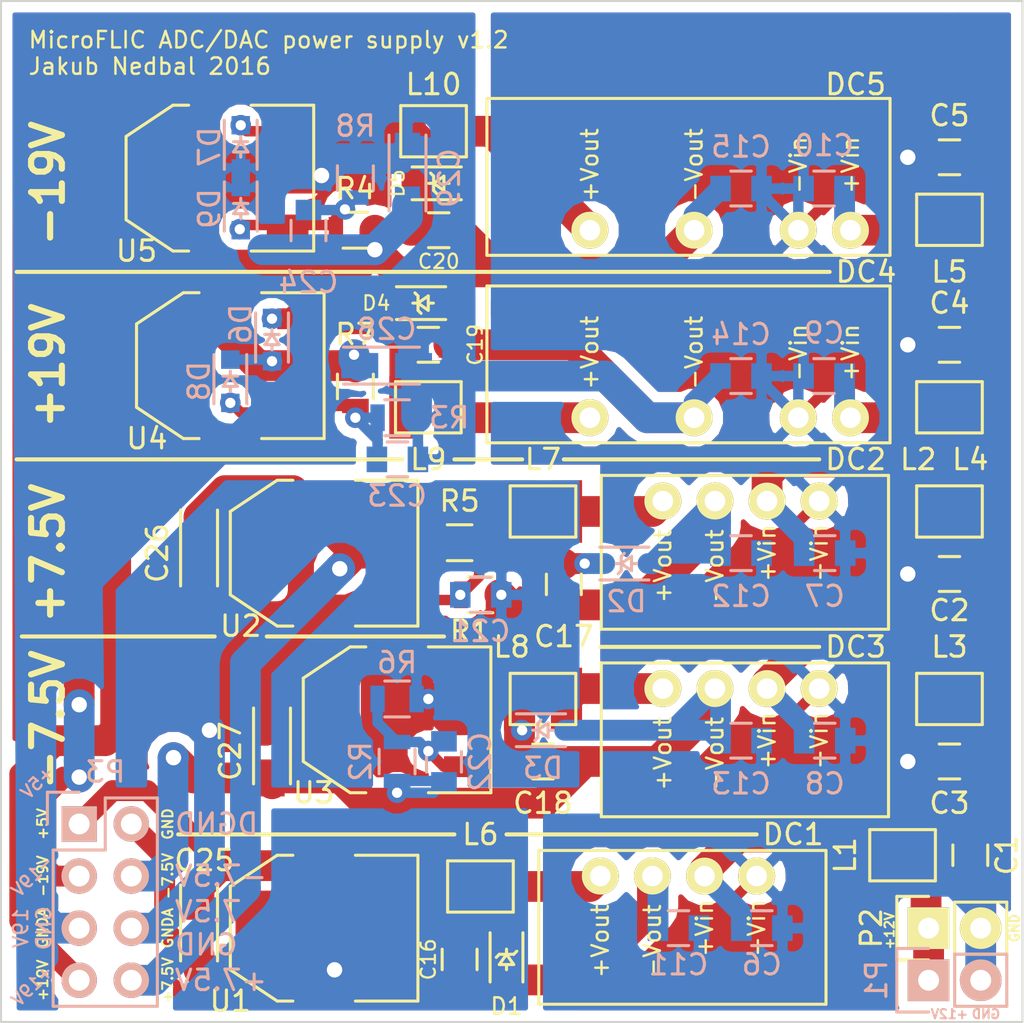
<source format=kicad_pcb>
(kicad_pcb (version 4) (host pcbnew 4.0.2-4+6225~38~ubuntu14.04.1-stable)
  (layers (0 F.Cu signal) (31 B.Cu signal hide) (34 B.Paste user) (35 F.Paste user) (36 B.SilkS user) (37 F.SilkS user) (38 B.Mask user) (39 F.Mask user hide) (44 Edge.Cuts user))
  (net 0 "")
  (net 1 +12V)
  (net 2 GND)
  (net 3 /5V_GND)
  (net 4 /+9_IA)
  (net 5 /+9_IB)
  (net 6 /+24_ID)
  (net 7 /-7.5V)
  (net 8 /+5V)
  (net 9 /+7.5V)
  (net 10 /+9_A)
  (net 11 /+12V_A)
  (net 12 /+9_B)
  (net 13 /+12V_B)
  (net 14 /+12V_C)
  (net 15 /+12V_D)
  (net 16 /+24_D)
  (net 17 /+12V_E)
  (net 18 /FB_B)
  (net 19 /FB_D)
  (net 20 /FB_E)
  (net 21 /7.5V_GND)
  (net 22 /+9_IC)
  (net 23 /+24_IE)
  (net 24 /+9_C)
  (net 25 /+24_E)
  (net 26 /19V_GND)
  (net 27 /-19V)
  (net 28 /+19V)
  (net 29 /FB_C)
  (module Capacitors_SMD:C_0805 (layer F.Cu) (at 147.32 141.732 270)
    (fp_text reference C1 (at 0 -1.778 270) (layer F.SilkS))
    (fp_text value 4u7/25V hide)
    (pad 1 smd rect (at -1 0 270) (size 1 1.25) (layers F.Cu F.Paste F.Mask) (net 1 +12V))
    (pad 2 smd rect (at 1 0 270) (size 1 1.25) (layers F.Cu F.Paste F.Mask) (net 2 GND))
  )
  (module Capacitors_SMD:C_0805 (layer F.Cu) (at 146.304 128.016 180)
    (fp_text reference C2 (at 0 -1.778 180) (layer F.SilkS))
    (fp_text value 4u7/25V hide)
    (pad 1 smd rect (at -1 0 180) (size 1 1.25) (layers F.Cu F.Paste F.Mask) (net 1 +12V))
    (pad 2 smd rect (at 1 0 180) (size 1 1.25) (layers F.Cu F.Paste F.Mask) (net 2 GND))
  )
  (module Capacitors_SMD:C_0805 (layer F.Cu) (at 146.304 137.16 180)
    (fp_text reference C3 (at 0 -2.032 180) (layer F.SilkS))
    (fp_text value 4u7/25V hide)
    (pad 1 smd rect (at -1 0 180) (size 1 1.25) (layers F.Cu F.Paste F.Mask) (net 1 +12V))
    (pad 2 smd rect (at 1 0 180) (size 1 1.25) (layers F.Cu F.Paste F.Mask) (net 2 GND))
  )
  (module Capacitors_SMD:C_0805 (layer F.Cu) (at 146.304 116.84 180)
    (fp_text reference C4 (at 0 2.032 180) (layer F.SilkS))
    (fp_text value 4u7/25V hide)
    (pad 1 smd rect (at -1 0 180) (size 1 1.25) (layers F.Cu F.Paste F.Mask) (net 1 +12V))
    (pad 2 smd rect (at 1 0 180) (size 1 1.25) (layers F.Cu F.Paste F.Mask) (net 2 GND))
  )
  (module Capacitors_SMD:C_0805 (layer F.Cu) (at 146.304 107.696 180)
    (fp_text reference C5 (at 0 2.032 180) (layer F.SilkS))
    (fp_text value 4u7/25V hide)
    (pad 1 smd rect (at -1 0 180) (size 1 1.25) (layers F.Cu F.Paste F.Mask) (net 1 +12V))
    (pad 2 smd rect (at 1 0 180) (size 1 1.25) (layers F.Cu F.Paste F.Mask) (net 2 GND))
  )
  (module Capacitors_SMD:C_0805 (layer B.Cu) (at 133.096 145.288)
    (fp_text reference C11 (at 0 1.778) (layer B.SilkS) (effects (justify mirror)))
    (fp_text value 10n hide)
    (pad 1 smd rect (at -1 0) (size 1 1.25) (layers B.Cu B.Paste B.Mask) (net 3 /5V_GND))
    (pad 2 smd rect (at 1 0) (size 1 1.25) (layers B.Cu B.Paste B.Mask) (net 2 GND))
  )
  (module Capacitors_SMD:C_0805 (layer B.Cu) (at 136.144 127)
    (fp_text reference C12 (at 0 2.1) (layer B.SilkS) (effects (justify mirror)))
    (fp_text value 10n hide)
    (pad 1 smd rect (at -1 0) (size 1 1.25) (layers B.Cu B.Paste B.Mask) (net 21 /7.5V_GND))
    (pad 2 smd rect (at 1 0) (size 1 1.25) (layers B.Cu B.Paste B.Mask) (net 2 GND))
  )
  (module Capacitors_SMD:C_0805 (layer B.Cu) (at 136.144 136.144)
    (fp_text reference C13 (at 0 2.1) (layer B.SilkS) (effects (justify mirror)))
    (fp_text value 10n hide)
    (pad 1 smd rect (at -1 0) (size 1 1.25) (layers B.Cu B.Paste B.Mask) (net 7 /-7.5V))
    (pad 2 smd rect (at 1 0) (size 1 1.25) (layers B.Cu B.Paste B.Mask) (net 2 GND))
  )
  (module Capacitors_SMD:C_0805 (layer B.Cu) (at 136.144 118.364)
    (fp_text reference C14 (at 0 -2.032) (layer B.SilkS) (effects (justify mirror)))
    (fp_text value 10n hide)
    (pad 1 smd rect (at -1 0) (size 1 1.25) (layers B.Cu B.Paste B.Mask) (net 26 /19V_GND))
    (pad 2 smd rect (at 1 0) (size 1 1.25) (layers B.Cu B.Paste B.Mask) (net 2 GND))
  )
  (module Capacitors_SMD:C_0805 (layer B.Cu) (at 136.144 109.22)
    (fp_text reference C15 (at 0 -2.032) (layer B.SilkS) (effects (justify mirror)))
    (fp_text value 10n hide)
    (pad 1 smd rect (at -1 0) (size 1 1.25) (layers B.Cu B.Paste B.Mask) (net 27 /-19V))
    (pad 2 smd rect (at 1 0) (size 1 1.25) (layers B.Cu B.Paste B.Mask) (net 2 GND))
  )
  (module Capacitors_SMD:C_0805 (layer F.Cu) (at 122.428 146.812 270)
    (fp_text reference C16 (at 0 1.524 270) (layer F.SilkS) (effects (font (size 0.7 0.7) (thickness 0.11))))
    (fp_text value 4u7/25V hide)
    (pad 1 smd rect (at -1 0 270) (size 1 1.25) (layers F.Cu F.Paste F.Mask) (net 4 /+9_IA))
    (pad 2 smd rect (at 1 0 270) (size 1 1.25) (layers F.Cu F.Paste F.Mask) (net 3 /5V_GND))
  )
  (module Capacitors_SMD:C_0805 (layer F.Cu) (at 127.508 128.524 270)
    (fp_text reference C17 (at 2.54 0 360) (layer F.SilkS))
    (fp_text value 4u7/25V hide)
    (pad 1 smd rect (at -1 0 270) (size 1 1.25) (layers F.Cu F.Paste F.Mask) (net 5 /+9_IB))
    (pad 2 smd rect (at 1 0 270) (size 1 1.25) (layers F.Cu F.Paste F.Mask) (net 21 /7.5V_GND))
  )
  (module Capacitors_SMD:C_0805 (layer F.Cu) (at 126.492 137.16)
    (fp_text reference C18 (at 0 2.032) (layer F.SilkS))
    (fp_text value 4u7/25V hide)
    (pad 1 smd rect (at -1 0) (size 1 1.25) (layers F.Cu F.Paste F.Mask) (net 22 /+9_IC))
    (pad 2 smd rect (at 1 0) (size 1 1.25) (layers F.Cu F.Paste F.Mask) (net 7 /-7.5V))
  )
  (module Capacitors_SMD:C_0805 (layer F.Cu) (at 120.904 116.84)
    (fp_text reference C19 (at 2.286 0 90) (layer F.SilkS) (effects (font (size 0.7 0.7) (thickness 0.11))))
    (fp_text value 1u/50V hide)
    (pad 1 smd rect (at -1 0) (size 1 1.25) (layers F.Cu F.Paste F.Mask) (net 6 /+24_ID))
    (pad 2 smd rect (at 1 0) (size 1 1.25) (layers F.Cu F.Paste F.Mask) (net 26 /19V_GND))
  )
  (module Capacitors_SMD:C_0805 (layer F.Cu) (at 121.412 111.252)
    (fp_text reference C20 (at 0 1.524) (layer F.SilkS) (effects (font (size 0.7 0.7) (thickness 0.11))))
    (fp_text value 1u/50V hide)
    (pad 1 smd rect (at -1 0) (size 1 1.25) (layers F.Cu F.Paste F.Mask) (net 23 /+24_IE))
    (pad 2 smd rect (at 1 0) (size 1 1.25) (layers F.Cu F.Paste F.Mask) (net 27 /-19V))
  )
  (module Capacitors_Tantalum_SMD:TantalC_SizeA_EIA-3216_Reflow (layer F.Cu) (at 109.728 145.288 270)
    (fp_text reference C25 (at -3.302 -0.254 360) (layer F.SilkS))
    (fp_text value 10u/10V hide)
    (pad 2 smd rect (at 1.31 0 270) (size 1.8 1.23) (layers F.Cu F.Paste F.Mask) (net 3 /5V_GND))
    (pad 1 smd rect (at -1.31 0 270) (size 1.8 1.23) (layers F.Cu F.Paste F.Mask) (net 8 /+5V))
  )
  (module Capacitors_Tantalum_SMD:TantalC_SizeA_EIA-3216_Reflow (layer F.Cu) (at 113.284 136.652 270)
    (fp_text reference C27 (at 0 2.032 270) (layer F.SilkS))
    (fp_text value 10u/10V hide)
    (pad 2 smd rect (at 1.31 0 270) (size 1.8 1.23) (layers F.Cu F.Paste F.Mask) (net 7 /-7.5V))
    (pad 1 smd rect (at -1.31 0 270) (size 1.8 1.23) (layers F.Cu F.Paste F.Mask) (net 21 /7.5V_GND))
  )
  (module Capacitors_Tantalum_SMD:TantalC_SizeA_EIA-3216_Reflow (layer B.Cu) (at 118.872 117.856)
    (fp_text reference C28 (at 0 -1.778) (layer B.SilkS) (effects (justify mirror)))
    (fp_text value 1u/25V hide)
    (pad 2 smd rect (at 1.31 0) (size 1.8 1.23) (layers B.Cu B.Paste B.Mask) (net 26 /19V_GND))
    (pad 1 smd rect (at -1.31 0) (size 1.8 1.23) (layers B.Cu B.Paste B.Mask) (net 28 /+19V))
  )
  (module Capacitors_Tantalum_SMD:TantalC_SizeA_EIA-3216_Reflow (layer B.Cu) (at 119.888 108.712 270)
    (fp_text reference C29 (at 0 -2.032 270) (layer B.SilkS) (effects (justify mirror)))
    (fp_text value 1u/25V hide)
    (pad 2 smd rect (at 1.31 0 270) (size 1.8 1.23) (layers B.Cu B.Paste B.Mask) (net 27 /-19V))
    (pad 1 smd rect (at -1.31 0 270) (size 1.8 1.23) (layers B.Cu B.Paste B.Mask) (net 26 /19V_GND))
  )
  (module jakub:MurataNML (layer F.Cu) (at 133.096 142.748 180)
    (fp_text reference DC1 (at -5.588 2.032 360) (layer F.SilkS))
    (fp_text value NML1209SC hide)
    (fp_text user +Vout (at 3.81 -3.175 270) (layer F.SilkS) (effects (font (size 0.8 0.8) (thickness 0.12))))
    (fp_text user -Vout (at 1.27 -3.175 270) (layer F.SilkS) (effects (font (size 0.8 0.8) (thickness 0.12))))
    (fp_text user +Vin (at -1.27 -2.54 270) (layer F.SilkS) (effects (font (size 0.8 0.8) (thickness 0.12))))
    (fp_text user -Vin (at -3.81 -2.54 270) (layer F.SilkS) (effects (font (size 0.8 0.8) (thickness 0.12))))
    (pad 3 thru_hole circle (at 1.27 0 180) (size 1.8 1.8) (drill 1) (layers *.Cu *.Mask F.SilkS) (net 3 /5V_GND))
    (pad 4 thru_hole circle (at 3.81 0 180) (size 1.8 1.8) (drill 1) (layers *.Cu *.Mask F.SilkS) (net 10 /+9_A))
    (pad 2 thru_hole circle (at -1.27 0 180) (size 1.8 1.8) (drill 1) (layers *.Cu *.Mask F.SilkS) (net 11 /+12V_A))
    (pad 1 thru_hole circle (at -3.81 0 180) (size 1.8 1.8) (drill 1) (layers *.Cu *.Mask F.SilkS) (net 2 GND))
  )
  (module jakub:MurataNML (layer F.Cu) (at 136.144 124.46 180)
    (fp_text reference DC2 (at -5.588 2.032 360) (layer F.SilkS))
    (fp_text value NML1209SC hide)
    (fp_text user +Vout (at 3.81 -3.175 270) (layer F.SilkS) (effects (font (size 0.8 0.8) (thickness 0.12))))
    (fp_text user -Vout (at 1.27 -3.175 270) (layer F.SilkS) (effects (font (size 0.8 0.8) (thickness 0.12))))
    (fp_text user +Vin (at -1.27 -2.54 270) (layer F.SilkS) (effects (font (size 0.8 0.8) (thickness 0.12))))
    (fp_text user -Vin (at -3.81 -2.54 270) (layer F.SilkS) (effects (font (size 0.8 0.8) (thickness 0.12))))
    (pad 3 thru_hole circle (at 1.27 0 180) (size 1.8 1.8) (drill 1) (layers *.Cu *.Mask F.SilkS) (net 21 /7.5V_GND))
    (pad 4 thru_hole circle (at 3.81 0 180) (size 1.8 1.8) (drill 1) (layers *.Cu *.Mask F.SilkS) (net 12 /+9_B))
    (pad 2 thru_hole circle (at -1.27 0 180) (size 1.8 1.8) (drill 1) (layers *.Cu *.Mask F.SilkS) (net 13 /+12V_B))
    (pad 1 thru_hole circle (at -3.81 0 180) (size 1.8 1.8) (drill 1) (layers *.Cu *.Mask F.SilkS) (net 2 GND))
  )
  (module jakub:MurataNML (layer F.Cu) (at 136.144 133.604 180)
    (fp_text reference DC3 (at -5.588 2.032 360) (layer F.SilkS))
    (fp_text value NML1209SC hide)
    (fp_text user +Vout (at 3.81 -3.175 270) (layer F.SilkS) (effects (font (size 0.8 0.8) (thickness 0.12))))
    (fp_text user -Vout (at 1.27 -3.175 270) (layer F.SilkS) (effects (font (size 0.8 0.8) (thickness 0.12))))
    (fp_text user +Vin (at -1.27 -2.54 270) (layer F.SilkS) (effects (font (size 0.8 0.8) (thickness 0.12))))
    (fp_text user -Vin (at -3.81 -2.54 270) (layer F.SilkS) (effects (font (size 0.8 0.8) (thickness 0.12))))
    (pad 3 thru_hole circle (at 1.27 0 180) (size 1.8 1.8) (drill 1) (layers *.Cu *.Mask F.SilkS) (net 7 /-7.5V))
    (pad 4 thru_hole circle (at 3.81 0 180) (size 1.8 1.8) (drill 1) (layers *.Cu *.Mask F.SilkS) (net 24 /+9_C))
    (pad 2 thru_hole circle (at -1.27 0 180) (size 1.8 1.8) (drill 1) (layers *.Cu *.Mask F.SilkS) (net 14 /+12V_C))
    (pad 1 thru_hole circle (at -3.81 0 180) (size 1.8 1.8) (drill 1) (layers *.Cu *.Mask F.SilkS) (net 2 GND))
  )
  (module jakub:MurataNMG (layer F.Cu) (at 135.128 120.396 180)
    (fp_text reference DC4 (at -7.112 7.112 360) (layer F.SilkS))
    (fp_text value NMG1224SC hide)
    (fp_text user +Vout (at 6.35 3.175 270) (layer F.SilkS) (effects (font (size 0.8 0.8) (thickness 0.12))))
    (fp_text user -Vout (at 1.27 3.175 270) (layer F.SilkS) (effects (font (size 0.8 0.8) (thickness 0.12))))
    (fp_text user -Vin (at -3.81 3.175 270) (layer F.SilkS) (effects (font (size 0.8 0.8) (thickness 0.12))))
    (fp_text user +Vin (at -6.35 3.175 270) (layer F.SilkS) (effects (font (size 0.8 0.8) (thickness 0.12))))
    (pad 1 thru_hole circle (at -6.35 0 180) (size 1.8 1.8) (drill 1) (layers *.Cu *.Mask F.SilkS) (net 15 /+12V_D))
    (pad 2 thru_hole circle (at -3.81 0 180) (size 1.8 1.8) (drill 1) (layers *.Cu *.Mask F.SilkS) (net 2 GND))
    (pad 4 thru_hole circle (at 1.27 0 180) (size 1.8 1.8) (drill 1) (layers *.Cu *.Mask F.SilkS) (net 26 /19V_GND))
    (pad 6 thru_hole circle (at 6.35 0 180) (size 1.8 1.8) (drill 1) (layers *.Cu *.Mask F.SilkS) (net 16 /+24_D))
  )
  (module jakub:MurataNMG (layer F.Cu) (at 135.128 111.252 180)
    (fp_text reference DC5 (at -6.604 7.112 360) (layer F.SilkS))
    (fp_text value NMG1224SC hide)
    (fp_text user +Vout (at 6.35 3.175 270) (layer F.SilkS) (effects (font (size 0.8 0.8) (thickness 0.12))))
    (fp_text user -Vout (at 1.27 3.175 270) (layer F.SilkS) (effects (font (size 0.8 0.8) (thickness 0.12))))
    (fp_text user -Vin (at -3.81 3.175 270) (layer F.SilkS) (effects (font (size 0.8 0.8) (thickness 0.12))))
    (fp_text user +Vin (at -6.35 3.175 270) (layer F.SilkS) (effects (font (size 0.8 0.8) (thickness 0.12))))
    (pad 1 thru_hole circle (at -6.35 0 180) (size 1.8 1.8) (drill 1) (layers *.Cu *.Mask F.SilkS) (net 17 /+12V_E))
    (pad 2 thru_hole circle (at -3.81 0 180) (size 1.8 1.8) (drill 1) (layers *.Cu *.Mask F.SilkS) (net 2 GND))
    (pad 4 thru_hole circle (at 1.27 0 180) (size 1.8 1.8) (drill 1) (layers *.Cu *.Mask F.SilkS) (net 27 /-19V))
    (pad 6 thru_hole circle (at 6.35 0 180) (size 1.8 1.8) (drill 1) (layers *.Cu *.Mask F.SilkS) (net 25 /+24_E))
  )
  (module jakub:murata8200coil (layer F.Cu) (at 144.018 141.732)
    (fp_text reference L1 (at -2.794 0 90) (layer F.SilkS))
    (fp_text value 10uH hide)
    (pad 1 smd rect (at 1.145 0) (size 1.52 3.05) (layers F.Cu F.Paste F.Mask) (net 1 +12V))
    (pad 2 smd rect (at -1.145 0) (size 1.52 3.05) (layers F.Cu F.Paste F.Mask) (net 11 /+12V_A))
  )
  (module jakub:murata8200coil (layer F.Cu) (at 146.304 124.968)
    (fp_text reference L2 (at -1.524 -2.54) (layer F.SilkS))
    (fp_text value 10uH hide)
    (pad 1 smd rect (at 1.145 0) (size 1.52 3.05) (layers F.Cu F.Paste F.Mask) (net 1 +12V))
    (pad 2 smd rect (at -1.145 0) (size 1.52 3.05) (layers F.Cu F.Paste F.Mask) (net 13 /+12V_B))
  )
  (module jakub:murata8200coil (layer F.Cu) (at 146.304 134.112)
    (fp_text reference L3 (at 0 -2.54 180) (layer F.SilkS))
    (fp_text value 10uH hide)
    (pad 1 smd rect (at 1.145 0) (size 1.52 3.05) (layers F.Cu F.Paste F.Mask) (net 1 +12V))
    (pad 2 smd rect (at -1.145 0) (size 1.52 3.05) (layers F.Cu F.Paste F.Mask) (net 14 /+12V_C))
  )
  (module jakub:murata8200coil (layer F.Cu) (at 146.304 119.888)
    (fp_text reference L4 (at 1.016 2.54) (layer F.SilkS))
    (fp_text value 10uH hide)
    (pad 1 smd rect (at 1.145 0) (size 1.52 3.05) (layers F.Cu F.Paste F.Mask) (net 1 +12V))
    (pad 2 smd rect (at -1.145 0) (size 1.52 3.05) (layers F.Cu F.Paste F.Mask) (net 15 /+12V_D))
  )
  (module jakub:murata8200coil (layer F.Cu) (at 146.304 110.744)
    (fp_text reference L5 (at 0 2.54) (layer F.SilkS))
    (fp_text value 10uH hide)
    (pad 1 smd rect (at 1.145 0) (size 1.52 3.05) (layers F.Cu F.Paste F.Mask) (net 1 +12V))
    (pad 2 smd rect (at -1.145 0) (size 1.52 3.05) (layers F.Cu F.Paste F.Mask) (net 17 /+12V_E))
  )
  (module jakub:murata8200coil (layer F.Cu) (at 123.444 143.256)
    (fp_text reference L6 (at 0 -2.54 180) (layer F.SilkS))
    (fp_text value 47uH hide)
    (pad 1 smd rect (at 1.145 0) (size 1.52 3.05) (layers F.Cu F.Paste F.Mask) (net 10 /+9_A))
    (pad 2 smd rect (at -1.145 0) (size 1.52 3.05) (layers F.Cu F.Paste F.Mask) (net 4 /+9_IA))
  )
  (module jakub:murata8200coil (layer F.Cu) (at 126.492 124.968)
    (fp_text reference L7 (at 0 -2.54) (layer F.SilkS))
    (fp_text value 47uH hide)
    (pad 1 smd rect (at 1.145 0) (size 1.52 3.05) (layers F.Cu F.Paste F.Mask) (net 12 /+9_B))
    (pad 2 smd rect (at -1.145 0) (size 1.52 3.05) (layers F.Cu F.Paste F.Mask) (net 5 /+9_IB))
  )
  (module jakub:murata8200coil (layer F.Cu) (at 126.492 134.112)
    (fp_text reference L8 (at -1.524 -2.54) (layer F.SilkS))
    (fp_text value 47uH hide)
    (pad 1 smd rect (at 1.145 0) (size 1.52 3.05) (layers F.Cu F.Paste F.Mask) (net 24 /+9_C))
    (pad 2 smd rect (at -1.145 0) (size 1.52 3.05) (layers F.Cu F.Paste F.Mask) (net 22 /+9_IC))
  )
  (module jakub:murata8200coil (layer F.Cu) (at 120.904 119.888)
    (fp_text reference L9 (at 0 2.54) (layer F.SilkS))
    (fp_text value 47uH hide)
    (pad 1 smd rect (at 1.145 0) (size 1.52 3.05) (layers F.Cu F.Paste F.Mask) (net 16 /+24_D))
    (pad 2 smd rect (at -1.145 0) (size 1.52 3.05) (layers F.Cu F.Paste F.Mask) (net 6 /+24_ID))
  )
  (module jakub:murata8200coil (layer F.Cu) (at 121.158 106.426)
    (fp_text reference L10 (at 0 -2.286) (layer F.SilkS))
    (fp_text value 47uH hide)
    (pad 1 smd rect (at 1.145 0) (size 1.52 3.05) (layers F.Cu F.Paste F.Mask) (net 25 /+24_E))
    (pad 2 smd rect (at -1.145 0) (size 1.52 3.05) (layers F.Cu F.Paste F.Mask) (net 23 /+24_IE))
  )
  (module Resistors_SMD:R_0805 (layer F.Cu) (at 123.444 129.032)
    (fp_text reference R1 (at -0.508 1.778 180) (layer F.SilkS))
    (fp_text value 750 hide)
    (pad 1 smd rect (at -0.95 0) (size 0.7 1.3) (layers F.Cu F.Paste F.Mask) (net 18 /FB_B))
    (pad 2 smd rect (at 0.95 0) (size 0.7 1.3) (layers F.Cu F.Paste F.Mask) (net 21 /7.5V_GND))
  )
  (module Resistors_SMD:R_0805 (layer B.Cu) (at 119.38 120.396)
    (fp_text reference R3 (at 2.54 0) (layer B.SilkS) (effects (justify mirror)))
    (fp_text value 2k1 hide)
    (pad 1 smd rect (at -0.95 0) (size 0.7 1.3) (layers B.Cu B.Paste B.Mask) (net 19 /FB_D))
    (pad 2 smd rect (at 0.95 0) (size 0.7 1.3) (layers B.Cu B.Paste B.Mask) (net 26 /19V_GND))
  )
  (module Resistors_SMD:R_0805 (layer F.Cu) (at 117.348 111.252)
    (fp_text reference R4 (at 0 -2.032) (layer F.SilkS))
    (fp_text value 2k1 hide)
    (pad 1 smd rect (at -0.95 0) (size 0.7 1.3) (layers F.Cu F.Paste F.Mask) (net 20 /FB_E))
    (pad 2 smd rect (at 0.95 0) (size 0.7 1.3) (layers F.Cu F.Paste F.Mask) (net 27 /-19V))
  )
  (module Resistors_SMD:R_0805 (layer F.Cu) (at 122.428 126.492)
    (fp_text reference R5 (at 0 -2.032) (layer F.SilkS))
    (fp_text value 150 hide)
    (pad 1 smd rect (at -0.95 0) (size 0.7 1.3) (layers F.Cu F.Paste F.Mask) (net 9 /+7.5V))
    (pad 2 smd rect (at 0.95 0) (size 0.7 1.3) (layers F.Cu F.Paste F.Mask) (net 18 /FB_B))
  )
  (module Resistors_SMD:R_0805 (layer F.Cu) (at 117.348 118.872 270)
    (fp_text reference R7 (at -2.54 0 360) (layer F.SilkS))
    (fp_text value 150 hide)
    (pad 1 smd rect (at -0.95 0 270) (size 0.7 1.3) (layers F.Cu F.Paste F.Mask) (net 28 /+19V))
    (pad 2 smd rect (at 0.95 0 270) (size 0.7 1.3) (layers F.Cu F.Paste F.Mask) (net 19 /FB_D))
  )
  (module Resistors_SMD:R_0805 (layer B.Cu) (at 117.348 108.712 270)
    (fp_text reference R8 (at -2.54 0 360) (layer B.SilkS) (effects (justify mirror)))
    (fp_text value 150 hide)
    (pad 1 smd rect (at -0.95 0 270) (size 0.7 1.3) (layers B.Cu B.Paste B.Mask) (net 26 /19V_GND))
    (pad 2 smd rect (at 0.95 0 270) (size 0.7 1.3) (layers B.Cu B.Paste B.Mask) (net 20 /FB_E))
  )
  (module Resistors_SMD:R_0805 (layer B.Cu) (at 119.38 134.112 180)
    (fp_text reference R6 (at 0 1.778 180) (layer B.SilkS) (effects (justify mirror)))
    (fp_text value 150 hide)
    (pad 1 smd rect (at -0.95 0 180) (size 0.7 1.3) (layers B.Cu B.Paste B.Mask) (net 21 /7.5V_GND))
    (pad 2 smd rect (at 0.95 0 180) (size 0.7 1.3) (layers B.Cu B.Paste B.Mask) (net 29 /FB_C))
  )
  (module Resistors_SMD:R_0805 (layer B.Cu) (at 119.38 137.16 270)
    (fp_text reference R2 (at 0 1.778 270) (layer B.SilkS) (effects (justify mirror)))
    (fp_text value 750 hide)
    (pad 1 smd rect (at -0.95 0 270) (size 0.7 1.3) (layers B.Cu B.Paste B.Mask) (net 29 /FB_C))
    (pad 2 smd rect (at 0.95 0 270) (size 0.7 1.3) (layers B.Cu B.Paste B.Mask) (net 7 /-7.5V))
  )
  (module SMD_Packages:SOT-223 (layer F.Cu) (at 111.252 117.856 90)
    (fp_text reference U4 (at -3.556 -4.064 180) (layer F.SilkS))
    (fp_text value LM317 hide)
    (pad 4 smd rect (at 0 -3.302 90) (size 3.6576 2.032) (layers F.Cu F.Paste F.Mask))
    (pad 2 smd rect (at 0 3.302 90) (size 1.016 2.032) (layers F.Cu F.Paste F.Mask) (net 28 /+19V))
    (pad 3 smd rect (at 2.286 3.302 90) (size 1.016 2.032) (layers F.Cu F.Paste F.Mask) (net 6 /+24_ID))
    (pad 1 smd rect (at -2.286 3.302 90) (size 1.016 2.032) (layers F.Cu F.Paste F.Mask) (net 19 /FB_D))
  )
  (module SMD_Packages:SOT-223 (layer F.Cu) (at 115.824 145.288 90)
    (fp_text reference U1 (at -3.556 -4.572 180) (layer F.SilkS))
    (fp_text value AP1117E50 hide)
    (pad 4 smd rect (at 0 -3.302 90) (size 3.6576 2.032) (layers F.Cu F.Paste F.Mask))
    (pad 2 smd rect (at 0 3.302 90) (size 1.016 2.032) (layers F.Cu F.Paste F.Mask) (net 8 /+5V))
    (pad 3 smd rect (at 2.286 3.302 90) (size 1.016 2.032) (layers F.Cu F.Paste F.Mask) (net 4 /+9_IA))
    (pad 1 smd rect (at -2.286 3.302 90) (size 1.016 2.032) (layers F.Cu F.Paste F.Mask) (net 3 /5V_GND))
  )
  (module SMD_Packages:SOT-223 (layer F.Cu) (at 115.824 127 90)
    (fp_text reference U2 (at -3.556 -4.064 180) (layer F.SilkS))
    (fp_text value AP1117 hide)
    (pad 4 smd rect (at 0 -3.302 90) (size 3.6576 2.032) (layers F.Cu F.Paste F.Mask))
    (pad 2 smd rect (at 0 3.302 90) (size 1.016 2.032) (layers F.Cu F.Paste F.Mask) (net 9 /+7.5V))
    (pad 3 smd rect (at 2.286 3.302 90) (size 1.016 2.032) (layers F.Cu F.Paste F.Mask) (net 5 /+9_IB))
    (pad 1 smd rect (at -2.286 3.302 90) (size 1.016 2.032) (layers F.Cu F.Paste F.Mask) (net 18 /FB_B))
  )
  (module SMD_Packages:SOT-223 (layer F.Cu) (at 110.744 108.712 90)
    (fp_text reference U5 (at -3.556 -4.064 180) (layer F.SilkS))
    (fp_text value LM317 hide)
    (pad 4 smd rect (at 0 -3.302 90) (size 3.6576 2.032) (layers F.Cu F.Paste F.Mask))
    (pad 2 smd rect (at 0 3.302 90) (size 1.016 2.032) (layers F.Cu F.Paste F.Mask) (net 26 /19V_GND))
    (pad 3 smd rect (at 2.286 3.302 90) (size 1.016 2.032) (layers F.Cu F.Paste F.Mask) (net 23 /+24_IE))
    (pad 1 smd rect (at -2.286 3.302 90) (size 1.016 2.032) (layers F.Cu F.Paste F.Mask) (net 20 /FB_E))
  )
  (module SMD_Packages:SOT-223 (layer F.Cu) (at 119.38 135.128 90)
    (fp_text reference U3 (at -3.556 -4.064 180) (layer F.SilkS))
    (fp_text value AP1117 hide)
    (pad 4 smd rect (at 0 -3.302 90) (size 3.6576 2.032) (layers F.Cu F.Paste F.Mask))
    (pad 2 smd rect (at 0 3.302 90) (size 1.016 2.032) (layers F.Cu F.Paste F.Mask) (net 21 /7.5V_GND))
    (pad 3 smd rect (at 2.286 3.302 90) (size 1.016 2.032) (layers F.Cu F.Paste F.Mask) (net 22 /+9_IC))
    (pad 1 smd rect (at -2.286 3.302 90) (size 1.016 2.032) (layers F.Cu F.Paste F.Mask) (net 29 /FB_C))
  )
  (module Capacitors_Tantalum_SMD:TantalC_SizeA_EIA-3216_Reflow (layer F.Cu) (at 109.728 127 270)
    (fp_text reference C26 (at 0 2.032 270) (layer F.SilkS))
    (fp_text value 10u/10V hide)
    (pad 2 smd rect (at 1.31 0 270) (size 1.8 1.23) (layers F.Cu F.Paste F.Mask) (net 21 /7.5V_GND))
    (pad 1 smd rect (at -1.31 0 270) (size 1.8 1.23) (layers F.Cu F.Paste F.Mask) (net 9 /+7.5V))
  )
  (module jakub:ESQ-102-33-G-S (layer B.Cu) (at 145.288 147.828)
    (fp_text reference P1 (at -2.54 0 90) (layer B.SilkS) (effects (justify mirror)))
    (fp_text value "1x2 socket strip" hide)
    (pad 1 thru_hole rect (at 0 0) (size 2.032 2.032) (drill 1.016) (layers *.Cu *.Mask B.SilkS) (net 1 +12V))
    (pad 2 thru_hole oval (at 2.54 0) (size 2.032 2.032) (drill 1.016) (layers *.Cu *.Mask B.SilkS) (net 2 GND))
  )
  (module jakub:ESQ-104-33-G-D (layer B.Cu) (at 103.886 140.208 270)
    (fp_text reference P3 (at -2.54 -1.27 360) (layer B.SilkS) (effects (justify mirror)))
    (fp_text value "2x4 socket strip" hide)
    (pad 1 thru_hole rect (at 0 0 270) (size 1.7272 1.7272) (drill 1.016) (layers *.Cu *.Mask B.SilkS) (net 8 /+5V))
    (pad 2 thru_hole oval (at 0 -2.54 270) (size 1.7272 1.7272) (drill 1.016) (layers *.Cu *.Mask B.SilkS) (net 3 /5V_GND))
    (pad 3 thru_hole oval (at 2.54 0 270) (size 1.7272 1.7272) (drill 1.016) (layers *.Cu *.Mask B.SilkS) (net 27 /-19V))
    (pad 4 thru_hole oval (at 2.54 -2.54 270) (size 1.7272 1.7272) (drill 1.016) (layers *.Cu *.Mask B.SilkS) (net 7 /-7.5V))
    (pad 5 thru_hole oval (at 5.08 0 270) (size 1.7272 1.7272) (drill 1.016) (layers *.Cu *.Mask B.SilkS) (net 26 /19V_GND))
    (pad 6 thru_hole oval (at 5.08 -2.54 270) (size 1.7272 1.7272) (drill 1.016) (layers *.Cu *.Mask B.SilkS) (net 21 /7.5V_GND))
    (pad 7 thru_hole oval (at 7.62 0 270) (size 1.7272 1.7272) (drill 1.016) (layers *.Cu *.Mask B.SilkS) (net 28 /+19V))
    (pad 8 thru_hole oval (at 7.62 -2.54 270) (size 1.7272 1.7272) (drill 1.016) (layers *.Cu *.Mask B.SilkS) (net 9 /+7.5V))
  )
  (module Pin_Headers:Pin_Header_Straight_1x02 (layer F.Cu) (at 145.288 145.288 90)
    (fp_text reference P2 (at 0 -2.794 90) (layer F.SilkS))
    (fp_text value "1x2 header strip" hide)
    (pad 1 thru_hole rect (at 0 0 90) (size 2.032 2.032) (drill 1.016) (layers *.Cu *.Mask F.SilkS) (net 1 +12V))
    (pad 2 thru_hole oval (at 0 2.54 90) (size 2.032 2.032) (drill 1.016) (layers *.Cu *.Mask F.SilkS) (net 2 GND))
  )
  (module jakub:SOD-323_Zener (layer F.Cu) (at 121.412 108.966)
    (fp_text reference D5 (at -2.032 0 90) (layer F.SilkS) (effects (font (size 0.7 0.7) (thickness 0.11))))
    (fp_text value TDZ27J hide)
    (pad 1 smd rect (at -1.055 0) (size 0.59 0.45) (layers F.Cu F.Paste F.Mask) (net 23 /+24_IE))
    (pad 2 smd rect (at 1.055 0) (size 0.59 0.45) (layers F.Cu F.Paste F.Mask) (net 27 /-19V))
  )
  (module jakub:SOD-323_Zener (layer F.Cu) (at 120.65 114.808)
    (fp_text reference D4 (at -2.286 0) (layer F.SilkS) (effects (font (size 0.7 0.7) (thickness 0.11))))
    (fp_text value TDZ27J hide)
    (pad 1 smd rect (at -1.055 0) (size 0.59 0.45) (layers F.Cu F.Paste F.Mask) (net 6 /+24_ID))
    (pad 2 smd rect (at 1.055 0) (size 0.59 0.45) (layers F.Cu F.Paste F.Mask) (net 26 /19V_GND))
  )
  (module jakub:SOD-323_Zener (layer F.Cu) (at 124.714 146.812 270)
    (fp_text reference D1 (at 2.286 0 360) (layer F.SilkS) (effects (font (size 0.8 0.8) (thickness 0.12))))
    (fp_text value TDZ10J hide)
    (pad 1 smd rect (at -1.055 0 270) (size 0.59 0.45) (layers F.Cu F.Paste F.Mask) (net 4 /+9_IA))
    (pad 2 smd rect (at 1.055 0 270) (size 0.59 0.45) (layers F.Cu F.Paste F.Mask) (net 3 /5V_GND))
  )
  (module jakub:SOD-323_Zener (layer B.Cu) (at 126.492 135.636)
    (fp_text reference D3 (at 0 1.85) (layer B.SilkS) (effects (justify mirror)))
    (fp_text value TDZ10J hide)
    (pad 1 smd rect (at -1.055 0) (size 0.59 0.45) (layers B.Cu B.Paste B.Mask) (net 22 /+9_IC))
    (pad 2 smd rect (at 1.055 0) (size 0.59 0.45) (layers B.Cu B.Paste B.Mask) (net 7 /-7.5V))
  )
  (module jakub:SOD-323_Zener (layer B.Cu) (at 130.556 127.508)
    (fp_text reference D2 (at 0 1.85) (layer B.SilkS) (effects (justify mirror)))
    (fp_text value TDZ10J hide)
    (pad 1 smd rect (at -1.055 0) (size 0.59 0.45) (layers B.Cu B.Paste B.Mask) (net 5 /+9_IB))
    (pad 2 smd rect (at 1.055 0) (size 0.59 0.45) (layers B.Cu B.Paste B.Mask) (net 21 /7.5V_GND))
  )
  (module Capacitors_SMD:C_0805 (layer B.Cu) (at 137.16 145.288)
    (fp_text reference C6 (at 0 1.778) (layer B.SilkS) (effects (justify mirror)))
    (fp_text value 4u7/25V hide)
    (pad 1 smd rect (at -1 0) (size 1 1.25) (layers B.Cu B.Paste B.Mask) (net 11 /+12V_A))
    (pad 2 smd rect (at 1 0) (size 1 1.25) (layers B.Cu B.Paste B.Mask) (net 2 GND))
  )
  (module Capacitors_SMD:C_0805 (layer B.Cu) (at 140.224 127)
    (fp_text reference C7 (at 0 2.1) (layer B.SilkS) (effects (justify mirror)))
    (fp_text value 4u7/25V hide)
    (pad 1 smd rect (at -1 0) (size 1 1.25) (layers B.Cu B.Paste B.Mask) (net 13 /+12V_B))
    (pad 2 smd rect (at 1 0) (size 1 1.25) (layers B.Cu B.Paste B.Mask) (net 2 GND))
  )
  (module Capacitors_SMD:C_0805 (layer B.Cu) (at 140.224 136.144)
    (fp_text reference C8 (at 0 2.1) (layer B.SilkS) (effects (justify mirror)))
    (fp_text value 4u7/25V hide)
    (pad 1 smd rect (at -1 0) (size 1 1.25) (layers B.Cu B.Paste B.Mask) (net 14 /+12V_C))
    (pad 2 smd rect (at 1 0) (size 1 1.25) (layers B.Cu B.Paste B.Mask) (net 2 GND))
  )
  (module Capacitors_SMD:C_0805 (layer B.Cu) (at 140.192 118.364 180)
    (fp_text reference C9 (at 0 2.1 180) (layer B.SilkS) (effects (justify mirror)))
    (fp_text value 4u7/25V hide)
    (pad 1 smd rect (at -1 0 180) (size 1 1.25) (layers B.Cu B.Paste B.Mask) (net 15 /+12V_D))
    (pad 2 smd rect (at 1 0 180) (size 1 1.25) (layers B.Cu B.Paste B.Mask) (net 2 GND))
  )
  (module Capacitors_SMD:C_0805 (layer B.Cu) (at 140.192 109.22 180)
    (fp_text reference C10 (at 0 2.1 180) (layer B.SilkS) (effects (justify mirror)))
    (fp_text value 4u7/25V hide)
    (pad 1 smd rect (at -1 0 180) (size 1 1.25) (layers B.Cu B.Paste B.Mask) (net 17 /+12V_E))
    (pad 2 smd rect (at 1 0 180) (size 1 1.25) (layers B.Cu B.Paste B.Mask) (net 2 GND))
  )
  (module Capacitors_SMD:C_0805 (layer B.Cu) (at 123.46 129.032)
    (fp_text reference C21 (at -0.016 1.778) (layer B.SilkS) (effects (justify mirror)))
    (fp_text value 4u7/25V hide)
    (pad 1 smd rect (at -1 0) (size 1 1.25) (layers B.Cu B.Paste B.Mask) (net 18 /FB_B))
    (pad 2 smd rect (at 1 0) (size 1 1.25) (layers B.Cu B.Paste B.Mask) (net 21 /7.5V_GND))
  )
  (module Capacitors_SMD:C_0805 (layer B.Cu) (at 121.666 137.176 270)
    (fp_text reference C22 (at 0 -1.778 270) (layer B.SilkS) (effects (justify mirror)))
    (fp_text value 4u7/25V hide)
    (pad 1 smd rect (at -1 0 270) (size 1 1.25) (layers B.Cu B.Paste B.Mask) (net 29 /FB_C))
    (pad 2 smd rect (at 1 0 270) (size 1 1.25) (layers B.Cu B.Paste B.Mask) (net 7 /-7.5V))
  )
  (module Capacitors_SMD:C_0805 (layer B.Cu) (at 119.396 122.428)
    (fp_text reference C23 (at -0.016 1.778) (layer B.SilkS) (effects (justify mirror)))
    (fp_text value 1u/50V hide)
    (pad 1 smd rect (at -1 0) (size 1 1.25) (layers B.Cu B.Paste B.Mask) (net 19 /FB_D))
    (pad 2 smd rect (at 1 0) (size 1 1.25) (layers B.Cu B.Paste B.Mask) (net 26 /19V_GND))
  )
  (module Capacitors_SMD:C_0805 (layer B.Cu) (at 115.062 111.268 270)
    (fp_text reference C24 (at 2.524 0 360) (layer B.SilkS) (effects (justify mirror)))
    (fp_text value 1u/50V hide)
    (pad 1 smd rect (at -1 0 270) (size 1 1.25) (layers B.Cu B.Paste B.Mask) (net 20 /FB_E))
    (pad 2 smd rect (at 1 0 270) (size 1 1.25) (layers B.Cu B.Paste B.Mask) (net 27 /-19V))
  )
  (module jakub:SOD-323 (layer B.Cu) (at 113.284 116.586 270)
    (fp_text reference D6 (at -0.762 1.524 270) (layer B.SilkS) (effects (justify mirror)))
    (fp_text value 1N4148)
    (pad 1 smd rect (at -1.055 0 270) (size 0.9 0.9) (layers B.Cu B.Paste B.Mask) (net 6 /+24_ID))
    (pad 2 smd rect (at 1.055 0 270) (size 0.9 0.9) (layers B.Cu B.Paste B.Mask) (net 28 /+19V))
  )
  (module jakub:SOD-323 (layer B.Cu) (at 111.76 107.188 270)
    (fp_text reference D7 (at 0 1.524 270) (layer B.SilkS) (effects (justify mirror)))
    (fp_text value 1N4148)
    (pad 1 smd rect (at -1.055 0 270) (size 0.9 0.9) (layers B.Cu B.Paste B.Mask) (net 23 /+24_IE))
    (pad 2 smd rect (at 1.055 0 270) (size 0.9 0.9) (layers B.Cu B.Paste B.Mask) (net 26 /19V_GND))
  )
  (module jakub:SOD-323 (layer B.Cu) (at 111.252 118.618 270)
    (fp_text reference D8 (at 0 1.524 270) (layer B.SilkS) (effects (justify mirror)))
    (fp_text value 1N4148)
    (pad 1 smd rect (at -1.055 0 270) (size 0.9 0.9) (layers B.Cu B.Paste B.Mask) (net 28 /+19V))
    (pad 2 smd rect (at 1.055 0 270) (size 0.9 0.9) (layers B.Cu B.Paste B.Mask) (net 19 /FB_D))
  )
  (module jakub:SOD-323 (layer B.Cu) (at 111.76 110.197 270)
    (fp_text reference D9 (at 0 1.524 270) (layer B.SilkS) (effects (justify mirror)))
    (fp_text value 1N4148)
    (pad 1 smd rect (at -1.055 0 270) (size 0.9 0.9) (layers B.Cu B.Paste B.Mask) (net 26 /19V_GND))
    (pad 2 smd rect (at 1.055 0 270) (size 0.9 0.9) (layers B.Cu B.Paste B.Mask) (net 20 /FB_E))
  )
  (gr_text +12V (at 143.383 145.415 90) (layer F.SilkS) (effects (font (size 0.45 0.45) (thickness 0.1))))
  (gr_text GND (at 149.479 145.288 90) (layer F.SilkS) (effects (font (size 0.45 0.45) (thickness 0.1))))
  (gr_text GND (at 148.082 149.479) (layer B.SilkS) (effects (font (size 0.45 0.45) (thickness 0.1)) (justify mirror)))
  (gr_text +12V (at 146.304 149.479) (layer B.SilkS) (effects (font (size 0.45 0.45) (thickness 0.1)) (justify mirror)))
  (gr_text +5V (at 102.108 140.208 90) (layer F.SilkS) (effects (font (size 0.5 0.5) (thickness 0.1))))
  (gr_text -19V (at 102.108 142.748 90) (layer F.SilkS) (effects (font (size 0.5 0.5) (thickness 0.1))))
  (gr_text GNDA (at 108.204 145.288 90) (layer F.SilkS) (effects (font (size 0.5 0.5) (thickness 0.1))))
  (gr_text +19V (at 102.108 147.828 90) (layer F.SilkS) (effects (font (size 0.5 0.5) (thickness 0.1))))
  (gr_text +7.5V (at 108.204 147.828 90) (layer F.SilkS) (effects (font (size 0.5 0.5) (thickness 0.1))))
  (gr_text GNDA (at 102.108 145.288 90) (layer F.SilkS) (effects (font (size 0.5 0.5) (thickness 0.1))))
  (gr_text -7.5V (at 108.204 142.748 90) (layer F.SilkS) (effects (font (size 0.5 0.5) (thickness 0.1))))
  (gr_text GND (at 108.204 140.208 90) (layer F.SilkS) (effects (font (size 0.5 0.5) (thickness 0.1))))
  (gr_text "MicroFLIC ADC/DAC power supply v1.2\nJakub Nedbal 2016" (at 101.346 102.616) (layer F.SilkS) (effects (font (size 0.8 0.8) (thickness 0.12)) (justify left)))
  (gr_text +7.5V (at 108.458 147.828) (layer B.SilkS) (effects (font (size 1 1)) (justify right mirror)))
  (gr_text "7.5V\nGND" (at 108.458 145.288) (layer B.SilkS) (effects (font (size 1 1)) (justify right mirror)))
  (gr_text -7.5V (at 108.458 142.748) (layer B.SilkS) (effects (font (size 1 1)) (justify right mirror)))
  (gr_text DGND (at 108.458 140.208) (layer B.SilkS) (effects (font (size 1 1)) (justify right mirror)))
  (gr_text +5V (at 101.854 138.176 45) (layer B.SilkS) (effects (font (size 0.6 0.6) (thickness 0.11)) (justify mirror)))
  (gr_text -19V (at 101.6 142.748 45) (layer B.SilkS) (effects (font (size 0.6 0.6) (thickness 0.11)) (justify mirror)))
  (gr_text "19V\nGND" (at 101.6 145.288 90) (layer B.SilkS) (effects (font (size 0.7 0.7) (thickness 0.11)) (justify mirror)))
  (gr_text +19V (at 101.6 148.082 45) (layer B.SilkS) (effects (font (size 0.6 0.6) (thickness 0.11)) (justify mirror)))
  (gr_text -19V (at 102.362 108.966 90) (layer F.SilkS) (effects (font (size 1.5 1.5) (thickness 0.3))))
  (gr_text +19V (at 102.362 117.856 90) (layer F.SilkS) (effects (font (size 1.5 1.5) (thickness 0.3))))
  (gr_text +7.5V (at 102.362 127 90) (layer F.SilkS) (effects (font (size 1.5 1.5) (thickness 0.3))))
  (gr_text -7.5V (at 102.362 135.128 90) (layer F.SilkS) (effects (font (size 1.5 1.5) (thickness 0.3))))
  (gr_line (start 122.174 140.716) (end 108.712 140.716) (angle 90) (layer F.SilkS) (width 0.2))
  (gr_line (start 136.906 140.716) (end 124.714 140.716) (angle 90) (layer F.SilkS) (width 0.2))
  (gr_line (start 139.954 131.572) (end 129.286 131.572) (angle 90) (layer F.SilkS) (width 0.2))
  (gr_line (start 110.49 131.064) (end 101.092 131.064) (angle 90) (layer F.SilkS) (width 0.2))
  (gr_line (start 121.666 131.064) (end 113.03 131.064) (angle 90) (layer F.SilkS) (width 0.2))
  (gr_line (start 119.634 122.428) (end 100.838 122.428) (angle 90) (layer F.SilkS) (width 0.2))
  (gr_line (start 125.476 122.428) (end 122.174 122.428) (angle 90) (layer F.SilkS) (width 0.2))
  (gr_line (start 139.954 122.428) (end 127.508 122.428) (angle 90) (layer F.SilkS) (width 0.2))
  (gr_line (start 140.462 113.284) (end 100.838 113.284) (angle 90) (layer F.SilkS) (width 0.2))
  (gr_line (start 100.076 149.86) (end 100.076 100.076) (angle 90) (layer Edge.Cuts) (width 0.1))
  (gr_line (start 149.86 149.86) (end 100.076 149.86) (angle 90) (layer Edge.Cuts) (width 0.1))
  (gr_line (start 149.86 100.076) (end 149.86 149.86) (angle 90) (layer Edge.Cuts) (width 0.1))
  (gr_line (start 100.076 100.076) (end 149.86 100.076) (angle 90) (layer Edge.Cuts) (width 0.1))
  (segment (start 147.304 137.16) (end 147.449 137.015) (width 1.5) (layer F.Cu) (net 1))
  (segment (start 147.449 137.015) (end 147.449 134.112) (width 1.5) (layer F.Cu) (net 1))
  (segment (start 147.32 140.732) (end 147.304 140.716) (width 1.5) (layer F.Cu) (net 1))
  (segment (start 147.304 140.716) (end 147.304 137.16) (width 1.5) (layer F.Cu) (net 1))
  (segment (start 147.449 134.112) (end 147.304 133.967) (width 1.5) (layer F.Cu) (net 1))
  (segment (start 147.304 133.967) (end 147.304 128.016) (width 1.5) (layer F.Cu) (net 1))
  (segment (start 147.304 134.257) (end 147.449 134.112) (width 1.5) (layer F.Cu) (net 1))
  (segment (start 147.449 124.968) (end 147.449 119.888) (width 1.5) (layer F.Cu) (net 1))
  (segment (start 147.304 116.84) (end 147.449 116.695) (width 1.5) (layer F.Cu) (net 1))
  (segment (start 147.449 116.695) (end 147.449 107.841) (width 1.5) (layer F.Cu) (net 1))
  (segment (start 147.449 107.841) (end 147.304 107.696) (width 1.5) (layer F.Cu) (net 1))
  (segment (start 147.32 140.732) (end 146.163 140.732) (width 1.5) (layer F.Cu) (net 1))
  (segment (start 146.163 140.732) (end 145.163 141.732) (width 1.5) (layer F.Cu) (net 1))
  (segment (start 147.304 124.823) (end 147.304 128.016) (width 1.5) (layer F.Cu) (net 1))
  (segment (start 147.449 116.695) (end 147.449 119.888) (width 1.5) (layer F.Cu) (net 1))
  (segment (start 147.304 124.823) (end 147.449 124.968) (width 1.5) (layer F.Cu) (net 1))
  (segment (start 147.449 134.112) (end 147.304 134.257) (width 1.5) (layer F.Cu) (net 1))
  (segment (start 145.163 145.163) (end 145.163 141.732) (width 1.5) (layer F.Cu) (net 1))
  (segment (start 145.288 145.288) (end 145.163 145.163) (width 1.5) (layer F.Cu) (net 1))
  (segment (start 145.288 147.828) (end 145.288 145.288) (width 1.5) (layer F.Cu) (net 1))
  (segment (start 139.446 107.696) (end 139.192 107.95) (width 0.508) (layer B.Cu) (net 2))
  (segment (start 139.192 107.95) (end 139.192 109.22) (width 0.508) (layer B.Cu) (net 2))
  (segment (start 144.272 107.696) (end 139.446 107.696) (width 0.508) (layer B.Cu) (net 2))
  (segment (start 139.192 109.22) (end 137.144 109.22) (width 0.508) (layer B.Cu) (net 2))
  (segment (start 137.144 109.22) (end 137.144 109.458) (width 0.508) (layer B.Cu) (net 2))
  (segment (start 137.144 109.458) (end 138.938 111.252) (width 0.508) (layer B.Cu) (net 2))
  (segment (start 138.938 111.252) (end 138.938 109.474) (width 0.508) (layer B.Cu) (net 2))
  (segment (start 138.938 109.474) (end 139.192 109.22) (width 0.508) (layer B.Cu) (net 2))
  (segment (start 139.446 116.84) (end 139.192 117.094) (width 0.508) (layer B.Cu) (net 2))
  (segment (start 139.192 117.094) (end 139.192 118.364) (width 0.508) (layer B.Cu) (net 2))
  (segment (start 144.272 116.84) (end 139.446 116.84) (width 0.508) (layer B.Cu) (net 2))
  (segment (start 137.144 118.364) (end 137.144 118.602) (width 0.508) (layer B.Cu) (net 2))
  (segment (start 137.144 118.602) (end 138.938 120.396) (width 0.508) (layer B.Cu) (net 2))
  (segment (start 138.938 120.396) (end 138.938 118.618) (width 0.508) (layer B.Cu) (net 2))
  (segment (start 138.938 118.618) (end 139.192 118.364) (width 0.508) (layer B.Cu) (net 2))
  (segment (start 138.16 145.288) (end 141.732 145.288) (width 0.508) (layer B.Cu) (net 2))
  (segment (start 141.732 145.288) (end 144.272 142.748) (width 0.508) (layer B.Cu) (net 2))
  (segment (start 138.16 145.288) (end 138.16 144.002) (width 0.508) (layer B.Cu) (net 2))
  (segment (start 138.16 144.002) (end 136.906 142.748) (width 0.508) (layer B.Cu) (net 2))
  (segment (start 137.922 146.812) (end 138.16 146.574) (width 0.508) (layer B.Cu) (net 2))
  (segment (start 138.16 146.574) (end 138.16 145.288) (width 0.508) (layer B.Cu) (net 2))
  (segment (start 134.487 146.812) (end 137.922 146.812) (width 0.508) (layer B.Cu) (net 2))
  (segment (start 134.096 145.288) (end 134.096 146.421) (width 0.508) (layer B.Cu) (net 2))
  (segment (start 134.096 146.421) (end 134.487 146.812) (width 0.508) (layer B.Cu) (net 2))
  (segment (start 141.224 136.144) (end 143.256 136.144) (width 0.508) (layer B.Cu) (net 2))
  (segment (start 143.256 136.144) (end 144.272 137.16) (width 0.508) (layer B.Cu) (net 2))
  (segment (start 139.954 133.604) (end 141.224 134.874) (width 0.508) (layer B.Cu) (net 2))
  (segment (start 141.224 134.874) (end 141.224 136.144) (width 0.508) (layer B.Cu) (net 2))
  (segment (start 140.97 137.668) (end 141.224 137.414) (width 0.508) (layer B.Cu) (net 2))
  (segment (start 141.224 137.414) (end 141.224 136.144) (width 0.508) (layer B.Cu) (net 2))
  (segment (start 137.535 137.668) (end 140.97 137.668) (width 0.508) (layer B.Cu) (net 2))
  (segment (start 137.144 136.144) (end 137.144 137.277) (width 0.508) (layer B.Cu) (net 2))
  (segment (start 137.144 137.277) (end 137.535 137.668) (width 0.508) (layer B.Cu) (net 2))
  (segment (start 139.954 124.46) (end 141.224 125.73) (width 0.508) (layer B.Cu) (net 2))
  (segment (start 141.224 125.73) (end 141.224 127) (width 0.508) (layer B.Cu) (net 2))
  (segment (start 141.224 127) (end 143.256 127) (width 0.508) (layer B.Cu) (net 2))
  (segment (start 143.256 127) (end 144.272 128.016) (width 0.508) (layer B.Cu) (net 2))
  (segment (start 140.97 128.524) (end 141.224 128.27) (width 0.508) (layer B.Cu) (net 2))
  (segment (start 141.224 128.27) (end 141.224 127) (width 0.508) (layer B.Cu) (net 2))
  (segment (start 137.535 128.524) (end 140.97 128.524) (width 0.508) (layer B.Cu) (net 2))
  (segment (start 137.144 127) (end 137.144 128.133) (width 0.508) (layer B.Cu) (net 2))
  (segment (start 137.144 128.133) (end 137.535 128.524) (width 0.508) (layer B.Cu) (net 2))
  (segment (start 144.272 107.696) (end 144.272 116.84) (width 1.5) (layer B.Cu) (net 2))
  (segment (start 144.272 116.84) (end 144.272 128.016) (width 1.5) (layer B.Cu) (net 2))
  (segment (start 144.272 137.16) (end 144.272 142.748) (width 1.5) (layer B.Cu) (net 2))
  (segment (start 146.304 142.748) (end 144.272 142.748) (width 1.5) (layer B.Cu) (net 2))
  (segment (start 147.828 144.272) (end 146.304 142.748) (width 1.5) (layer B.Cu) (net 2))
  (segment (start 147.828 145.288) (end 147.828 144.272) (width 1.5) (layer B.Cu) (net 2))
  (segment (start 147.828 147.828) (end 147.828 145.288) (width 1.5) (layer B.Cu) (net 2))
  (segment (start 147.32 142.732) (end 147.574 142.732) (width 1.5) (layer F.Cu) (net 2))
  (segment (start 147.574 142.732) (end 147.828 142.986) (width 1.5) (layer F.Cu) (net 2))
  (segment (start 147.828 142.986) (end 147.32 142.732) (width 1.5) (layer F.Cu) (net 2))
  (via (at 144.272 107.696) (size 1.5) (drill 0.75) (layers F.Cu B.Cu) (net 2))
  (segment (start 145.304 107.696) (end 144.272 107.696) (width 1.5) (layer F.Cu) (net 2))
  (via (at 144.272 116.84) (size 1.5) (drill 0.75) (layers F.Cu B.Cu) (net 2))
  (segment (start 145.304 116.84) (end 144.272 116.84) (width 1.5) (layer F.Cu) (net 2))
  (segment (start 145.304 137.16) (end 144.272 137.16) (width 1.5) (layer F.Cu) (net 2))
  (via (at 144.272 128.016) (size 1.5) (drill 0.75) (layers F.Cu B.Cu) (net 2))
  (segment (start 145.304 128.016) (end 144.272 128.016) (width 1.5) (layer F.Cu) (net 2))
  (segment (start 138.938 120.142) (end 138.938 120.396) (width 0.508) (layer B.Cu) (net 2))
  (segment (start 137.144 118.364) (end 137.16 118.364) (width 1.016) (layer B.Cu) (net 2))
  (segment (start 147.828 142.986) (end 147.828 145.288) (width 1.5) (layer F.Cu) (net 2))
  (segment (start 144.272 137.16) (end 144.272 128.016) (width 1.5) (layer B.Cu) (net 2))
  (via (at 144.272 137.16) (size 1.5) (drill 0.75) (layers F.Cu B.Cu) (net 2))
  (segment (start 109.728 146.598) (end 109.26 146.598) (width 1.016) (layer F.Cu) (net 3))
  (segment (start 109.26 146.598) (end 108.051601 145.389601) (width 1.016) (layer F.Cu) (net 3))
  (segment (start 108.051601 145.389601) (end 108.051601 141.833601) (width 1.016) (layer F.Cu) (net 3))
  (segment (start 108.051601 141.833601) (end 106.426 140.208) (width 1.016) (layer F.Cu) (net 3))
  (via (at 116.332 147.32) (size 1.5) (drill 0.75) (layers F.Cu B.Cu) (net 3))
  (segment (start 118.618 148.336) (end 117.348 148.336) (width 1.5) (layer F.Cu) (net 3))
  (segment (start 118.618 148.336) (end 118.634 148.066) (width 1.5) (layer F.Cu) (net 3))
  (segment (start 132.096 143.018) (end 131.826 142.748) (width 1.016) (layer B.Cu) (net 3))
  (segment (start 132.096 145.288) (end 132.096 143.018) (width 1.016) (layer B.Cu) (net 3))
  (segment (start 119.364 147.812) (end 122.428 147.812) (width 1.5) (layer F.Cu) (net 3))
  (segment (start 128.286 147.812) (end 122.428 147.812) (width 1.5) (layer F.Cu) (net 3))
  (segment (start 131.826 142.748) (end 131.826 144.272) (width 1.5) (layer F.Cu) (net 3))
  (segment (start 131.826 144.272) (end 128.286 147.812) (width 1.5) (layer F.Cu) (net 3))
  (segment (start 119.142 147.812) (end 119.364 147.812) (width 1.5) (layer F.Cu) (net 3))
  (segment (start 118.618 148.336) (end 119.142 147.812) (width 1.5) (layer F.Cu) (net 3))
  (segment (start 116.332 147.32) (end 115.316 148.336) (width 1.5) (layer F.Cu) (net 3))
  (segment (start 116.332 147.32) (end 117.348 148.336) (width 1.5) (layer F.Cu) (net 3))
  (segment (start 117.348 148.336) (end 115.316 148.336) (width 1.5) (layer F.Cu) (net 3))
  (segment (start 115.316 148.336) (end 110.744 148.336) (width 1.5) (layer F.Cu) (net 3))
  (segment (start 110.744 148.336) (end 109.728 147.32) (width 1.5) (layer F.Cu) (net 3))
  (segment (start 109.728 147.32) (end 109.728 146.598) (width 1.5) (layer F.Cu) (net 3))
  (segment (start 124.714 145.757) (end 124.659 145.812) (width 0.508) (layer F.Cu) (net 4))
  (segment (start 122.045 143.002) (end 122.299 143.256) (width 1.5) (layer F.Cu) (net 4))
  (segment (start 119.126 143.002) (end 122.045 143.002) (width 1.5) (layer F.Cu) (net 4))
  (segment (start 122.299 145.683) (end 122.299 143.256) (width 1.5) (layer F.Cu) (net 4))
  (segment (start 122.428 145.812) (end 122.299 145.683) (width 1.5) (layer F.Cu) (net 4))
  (segment (start 124.659 145.812) (end 122.428 145.812) (width 0.508) (layer F.Cu) (net 4))
  (segment (start 125.347 124.968) (end 124.839 124.46) (width 1.5) (layer F.Cu) (net 5))
  (segment (start 124.839 124.46) (end 119.38 124.46) (width 1.5) (layer F.Cu) (net 5))
  (segment (start 119.38 124.46) (end 119.126 124.714) (width 1.5) (layer F.Cu) (net 5))
  (segment (start 125.347 126.109) (end 125.347 126.871) (width 1.5) (layer F.Cu) (net 5))
  (segment (start 125.347 124.968) (end 125.347 126.871) (width 1.5) (layer F.Cu) (net 5))
  (segment (start 126 127.524) (end 127.508 127.524) (width 1.5) (layer F.Cu) (net 5))
  (segment (start 125.347 126.871) (end 126 127.524) (width 1.5) (layer F.Cu) (net 5))
  (segment (start 127.524 127.508) (end 128.524 127.508) (width 1.016) (layer F.Cu) (net 5))
  (segment (start 127.508 127.524) (end 127.524 127.508) (width 1.016) (layer F.Cu) (net 5))
  (via (at 128.524 127.508) (size 1) (drill 0.5) (layers F.Cu B.Cu) (net 5))
  (segment (start 128.524 127.508) (end 129.501 127.508) (width 1.016) (layer B.Cu) (net 5))
  (via (at 113.284 115.57) (size 1) (drill 0.5) (layers F.Cu B.Cu) (net 6))
  (segment (start 114.554 115.57) (end 113.284 115.57) (width 0.508) (layer F.Cu) (net 6))
  (segment (start 119.759 116.985) (end 119.904 116.84) (width 1.5) (layer F.Cu) (net 6))
  (segment (start 119.759 119.888) (end 119.759 116.985) (width 1.5) (layer F.Cu) (net 6))
  (segment (start 119.634 116.57) (end 118.634 115.57) (width 1.5) (layer F.Cu) (net 6))
  (segment (start 119.904 116.84) (end 119.634 116.57) (width 1.5) (layer F.Cu) (net 6))
  (segment (start 118.634 115.57) (end 114.554 115.57) (width 1.5) (layer F.Cu) (net 6))
  (segment (start 118.833 115.57) (end 118.634 115.57) (width 1.016) (layer F.Cu) (net 6))
  (segment (start 119.595 115.863) (end 119.634 115.824) (width 1.016) (layer F.Cu) (net 6))
  (segment (start 119.634 115.824) (end 119.634 116.57) (width 1.016) (layer F.Cu) (net 6))
  (segment (start 119.595 116.531) (end 119.595 115.863) (width 1.016) (layer F.Cu) (net 6))
  (segment (start 119.595 114.808) (end 118.833 115.57) (width 1.016) (layer F.Cu) (net 6))
  (segment (start 119.595 114.808) (end 119.595 116.531) (width 1.016) (layer F.Cu) (net 6))
  (segment (start 108.48199 136.971817) (end 109.472173 137.962) (width 1.5) (layer F.Cu) (net 7))
  (segment (start 109.472173 137.962) (end 113.284 137.962) (width 1.5) (layer F.Cu) (net 7))
  (segment (start 108.458 141.937314) (end 108.458 136.995807) (width 1.5) (layer B.Cu) (net 7))
  (segment (start 108.458 136.995807) (end 108.48199 136.971817) (width 1.5) (layer B.Cu) (net 7))
  (via (at 108.48199 136.971817) (size 1.5) (drill 0.75) (layers F.Cu B.Cu) (net 7))
  (segment (start 106.426 142.748) (end 107.647314 142.748) (width 1.5) (layer B.Cu) (net 7))
  (segment (start 107.647314 142.748) (end 108.458 141.937314) (width 1.5) (layer B.Cu) (net 7))
  (segment (start 113.284 137.962) (end 113.284 138.247) (width 1.5) (layer F.Cu) (net 7))
  (segment (start 119.38 138.11) (end 121.6 138.11) (width 0.508) (layer B.Cu) (net 7))
  (segment (start 121.6 138.11) (end 121.666 138.176) (width 0.508) (layer B.Cu) (net 7))
  (segment (start 119.38 138.684) (end 121.158 138.684) (width 0.508) (layer B.Cu) (net 7))
  (segment (start 121.158 138.684) (end 121.666 138.176) (width 0.508) (layer B.Cu) (net 7))
  (segment (start 128.524 137.16) (end 127.492 138.192) (width 1.5) (layer F.Cu) (net 7))
  (segment (start 127.492 137.16) (end 127.492 138.192) (width 1.5) (layer F.Cu) (net 7))
  (segment (start 127.492 138.192) (end 126.492 139.192) (width 1.5) (layer F.Cu) (net 7))
  (segment (start 127.492 137.16) (end 128.524 137.16) (width 1.5) (layer F.Cu) (net 7))
  (segment (start 128.524 137.16) (end 132.08 137.16) (width 1.5) (layer F.Cu) (net 7))
  (segment (start 132.08 137.16) (end 134.874 134.366) (width 1.5) (layer F.Cu) (net 7))
  (segment (start 134.874 134.366) (end 134.874 133.604) (width 1.5) (layer F.Cu) (net 7))
  (segment (start 135.144 133.874) (end 134.874 133.604) (width 1.016) (layer B.Cu) (net 7))
  (segment (start 135.144 136.144) (end 135.144 133.874) (width 1.016) (layer B.Cu) (net 7))
  (segment (start 116.626 137.962) (end 113.284 137.962) (width 1.5) (layer F.Cu) (net 7))
  (segment (start 132.842 135.636) (end 134.874 133.604) (width 1.016) (layer B.Cu) (net 7))
  (segment (start 134.636 135.636) (end 132.842 135.636) (width 1.016) (layer B.Cu) (net 7))
  (segment (start 135.144 136.144) (end 134.636 135.636) (width 1.016) (layer B.Cu) (net 7))
  (segment (start 126.492 139.192) (end 119.38 139.192) (width 1.5) (layer F.Cu) (net 7))
  (segment (start 117.856 139.192) (end 116.626 137.962) (width 1.5) (layer F.Cu) (net 7))
  (segment (start 119.38 138.684) (end 119.38 139.192) (width 0.508) (layer F.Cu) (net 7))
  (via (at 119.38 138.684) (size 1) (drill 0.5) (layers F.Cu B.Cu) (net 7))
  (segment (start 119.38 139.192) (end 117.856 139.192) (width 1.5) (layer F.Cu) (net 7))
  (segment (start 119.38 138.11) (end 119.38 138.684) (width 0.508) (layer B.Cu) (net 7))
  (segment (start 127.547 135.636) (end 132.842 135.636) (width 1.016) (layer B.Cu) (net 7))
  (segment (start 103.886 140.208) (end 105.511601 138.582399) (width 1.016) (layer F.Cu) (net 8))
  (segment (start 105.511601 138.582399) (end 107.206289 138.582399) (width 1.016) (layer F.Cu) (net 8))
  (segment (start 107.206289 138.582399) (end 110.744 142.12011) (width 1.016) (layer F.Cu) (net 8))
  (segment (start 110.744 142.12011) (end 110.744 142.24) (width 1.016) (layer F.Cu) (net 8))
  (segment (start 119.126 145.288) (end 117.348 145.288) (width 1.5) (layer F.Cu) (net 8))
  (segment (start 114.3 142.24) (end 110.744 142.24) (width 1.5) (layer F.Cu) (net 8))
  (segment (start 114.3 142.24) (end 117.348 145.288) (width 1.5) (layer F.Cu) (net 8))
  (segment (start 110.744 142.24) (end 109.728 143.256) (width 1.5) (layer F.Cu) (net 8))
  (segment (start 109.728 143.256) (end 109.728 143.978) (width 1.5) (layer F.Cu) (net 8))
  (segment (start 109.728 125.69) (end 109.728 125.222) (width 1.5) (layer F.Cu) (net 9))
  (segment (start 109.728 125.222) (end 110.998 123.952) (width 1.5) (layer F.Cu) (net 9))
  (segment (start 110.998 123.952) (end 114.3 123.952) (width 1.5) (layer F.Cu) (net 9))
  (segment (start 114.3 123.952) (end 117.348 127) (width 1.5) (layer F.Cu) (net 9))
  (segment (start 116.586 127.762) (end 117.348 127) (width 1.5) (layer F.Cu) (net 9))
  (segment (start 111.99001 143.366392) (end 111.99001 132.35799) (width 1.5) (layer B.Cu) (net 9))
  (segment (start 111.99001 132.35799) (end 116.586 127.762) (width 1.5) (layer B.Cu) (net 9))
  (via (at 116.586 127.762) (size 1.5) (drill 0.75) (layers F.Cu B.Cu) (net 9))
  (segment (start 106.426 147.828) (end 107.528402 147.828) (width 1.5) (layer B.Cu) (net 9))
  (segment (start 107.528402 147.828) (end 111.99001 143.366392) (width 1.5) (layer B.Cu) (net 9))
  (segment (start 119.126 127) (end 120.97 127) (width 1.5) (layer F.Cu) (net 9))
  (segment (start 119.126 127) (end 117.348 127) (width 1.5) (layer F.Cu) (net 9))
  (segment (start 120.97 127) (end 121.478 126.492) (width 1.5) (layer F.Cu) (net 9))
  (segment (start 128.778 143.256) (end 124.589 143.256) (width 1.5) (layer F.Cu) (net 10))
  (segment (start 129.286 142.748) (end 128.778 143.256) (width 1.5) (layer F.Cu) (net 10))
  (segment (start 134.366 142.748) (end 136.16 144.542) (width 1.016) (layer B.Cu) (net 11))
  (segment (start 136.16 144.542) (end 136.16 145.288) (width 1.016) (layer B.Cu) (net 11))
  (segment (start 134.366 142.748) (end 134.366 142.470078) (width 1.5) (layer F.Cu) (net 11))
  (segment (start 134.366 142.470078) (end 135.992079 140.843999) (width 1.5) (layer F.Cu) (net 11))
  (segment (start 135.992079 140.843999) (end 139.724999 140.843999) (width 1.5) (layer F.Cu) (net 11))
  (segment (start 139.724999 140.843999) (end 140.613 141.732) (width 1.5) (layer F.Cu) (net 11))
  (segment (start 140.613 141.732) (end 142.873 141.732) (width 1.5) (layer F.Cu) (net 11))
  (segment (start 132.334 124.46) (end 131.826 124.968) (width 1.5) (layer F.Cu) (net 12))
  (segment (start 131.826 124.968) (end 127.637 124.968) (width 1.5) (layer F.Cu) (net 12))
  (segment (start 137.414 124.46) (end 137.414 123.187208) (width 1.5) (layer F.Cu) (net 13))
  (segment (start 137.414 123.187208) (end 138.045209 122.555999) (width 1.5) (layer F.Cu) (net 13))
  (segment (start 138.045209 122.555999) (end 142.746999 122.555999) (width 1.5) (layer F.Cu) (net 13))
  (segment (start 142.746999 122.555999) (end 145.159 124.968) (width 1.5) (layer F.Cu) (net 13))
  (segment (start 137.414 124.46) (end 139.224 126.27) (width 1.016) (layer B.Cu) (net 13))
  (segment (start 139.224 126.27) (end 139.224 127) (width 1.016) (layer B.Cu) (net 13))
  (segment (start 137.414 133.604) (end 137.414 133.326078) (width 1.5) (layer F.Cu) (net 14))
  (segment (start 137.414 133.326078) (end 139.653078 131.087) (width 1.5) (layer F.Cu) (net 14))
  (segment (start 139.653078 131.087) (end 142.899 131.087) (width 1.5) (layer F.Cu) (net 14))
  (segment (start 142.899 131.087) (end 145.159 133.347) (width 1.5) (layer F.Cu) (net 14))
  (segment (start 145.159 133.347) (end 145.159 134.112) (width 1.5) (layer F.Cu) (net 14))
  (segment (start 137.414 133.604) (end 139.224 135.414) (width 1.016) (layer B.Cu) (net 14))
  (segment (start 139.224 135.414) (end 139.224 136.144) (width 1.016) (layer B.Cu) (net 14))
  (segment (start 141.192 118.364) (end 141.192 120.11) (width 1.016) (layer B.Cu) (net 15))
  (segment (start 141.192 120.11) (end 141.478 120.396) (width 1.016) (layer B.Cu) (net 15))
  (segment (start 144.651 120.396) (end 141.478 120.396) (width 1.5) (layer F.Cu) (net 15))
  (segment (start 145.159 119.888) (end 144.651 120.396) (width 1.5) (layer F.Cu) (net 15))
  (segment (start 122.557 120.396) (end 122.049 119.888) (width 1.5) (layer F.Cu) (net 16))
  (segment (start 128.778 120.396) (end 122.557 120.396) (width 1.5) (layer F.Cu) (net 16))
  (segment (start 141.192 109.22) (end 141.192 110.966) (width 1.016) (layer B.Cu) (net 17))
  (segment (start 141.192 110.966) (end 141.478 111.252) (width 1.016) (layer B.Cu) (net 17))
  (segment (start 144.651 111.252) (end 141.478 111.252) (width 1.5) (layer F.Cu) (net 17))
  (segment (start 145.159 110.744) (end 144.651 111.252) (width 1.5) (layer F.Cu) (net 17))
  (via (at 122.46 129.032) (size 1) (drill 0.5) (layers F.Cu B.Cu) (net 18))
  (segment (start 119.126 129.286) (end 122.24 129.286) (width 0.508) (layer F.Cu) (net 18))
  (segment (start 122.24 129.286) (end 123.378 128.148) (width 0.508) (layer F.Cu) (net 18))
  (segment (start 123.378 128.148) (end 123.378 126.492) (width 0.508) (layer F.Cu) (net 18))
  (segment (start 118.43 120.396) (end 118.43 121.666) (width 0.508) (layer B.Cu) (net 19))
  (segment (start 118.43 121.666) (end 118.43 122.394) (width 0.508) (layer B.Cu) (net 19))
  (segment (start 117.348 120.396) (end 118.43 121.478) (width 0.508) (layer B.Cu) (net 19))
  (segment (start 118.43 121.478) (end 118.43 121.666) (width 0.508) (layer B.Cu) (net 19))
  (segment (start 118.43 122.394) (end 118.396 122.428) (width 0.508) (layer B.Cu) (net 19))
  (segment (start 111.76 120.142) (end 111.291 119.673) (width 0.508) (layer F.Cu) (net 19))
  (segment (start 111.291 119.673) (end 111.252 119.673) (width 0.508) (layer F.Cu) (net 19))
  (via (at 111.252 119.673) (size 1) (drill 0.5) (layers F.Cu B.Cu) (net 19))
  (segment (start 114.554 120.142) (end 111.76 120.142) (width 0.508) (layer F.Cu) (net 19))
  (segment (start 114.874 119.822) (end 117.348 119.822) (width 0.508) (layer F.Cu) (net 19))
  (segment (start 114.554 120.142) (end 114.874 119.822) (width 0.508) (layer F.Cu) (net 19))
  (segment (start 117.348 119.822) (end 117.348 120.396) (width 0.508) (layer F.Cu) (net 19))
  (via (at 117.348 120.396) (size 1) (drill 0.5) (layers F.Cu B.Cu) (net 19))
  (segment (start 117.348 120.396) (end 118.43 120.396) (width 0.508) (layer B.Cu) (net 19))
  (segment (start 115.062 110.268) (end 116.808 110.268) (width 0.508) (layer B.Cu) (net 20))
  (segment (start 116.808 110.268) (end 116.84 110.236) (width 0.508) (layer B.Cu) (net 20))
  (segment (start 114.046 110.998) (end 111.919008 110.998) (width 0.508) (layer F.Cu) (net 20))
  (segment (start 111.919008 110.998) (end 111.712504 111.204504) (width 0.508) (layer F.Cu) (net 20))
  (via (at 111.712504 111.204504) (size 1) (drill 0.5) (layers F.Cu B.Cu) (net 20))
  (segment (start 116.84 110.236) (end 116.398 110.678) (width 0.508) (layer F.Cu) (net 20))
  (segment (start 116.398 110.678) (end 116.398 111.252) (width 0.508) (layer F.Cu) (net 20))
  (segment (start 116.144 110.998) (end 116.398 111.252) (width 0.508) (layer F.Cu) (net 20))
  (via (at 116.84 110.236) (size 1) (drill 0.5) (layers F.Cu B.Cu) (net 20))
  (segment (start 116.84 110.17) (end 116.84 110.236) (width 0.508) (layer B.Cu) (net 20))
  (segment (start 114.046 110.998) (end 116.144 110.998) (width 0.508) (layer F.Cu) (net 20))
  (segment (start 117.348 109.662) (end 116.84 110.17) (width 0.508) (layer B.Cu) (net 20))
  (segment (start 110.236 135.636) (end 112.99 135.636) (width 1.5) (layer F.Cu) (net 21))
  (segment (start 112.99 135.636) (end 113.284 135.342) (width 1.5) (layer F.Cu) (net 21))
  (segment (start 110.236 142.639858) (end 110.236 135.636) (width 1.5) (layer B.Cu) (net 21))
  (via (at 110.236 135.636) (size 1.5) (drill 0.75) (layers F.Cu B.Cu) (net 21))
  (segment (start 106.426 145.288) (end 107.587858 145.288) (width 1.5) (layer B.Cu) (net 21))
  (segment (start 107.587858 145.288) (end 110.236 142.639858) (width 1.5) (layer B.Cu) (net 21))
  (via (at 124.46 129.032) (size 1) (drill 0.5) (layers F.Cu B.Cu) (net 21))
  (segment (start 131.826 127.508) (end 132.334 127) (width 1.016) (layer B.Cu) (net 21))
  (segment (start 131.611 127.508) (end 131.826 127.508) (width 1.016) (layer B.Cu) (net 21))
  (segment (start 133.35 127) (end 132.334 127) (width 1.016) (layer B.Cu) (net 21))
  (segment (start 134.112 126.238) (end 133.35 127) (width 1.016) (layer B.Cu) (net 21))
  (segment (start 134.112 126.238) (end 134.382 126.238) (width 1.016) (layer B.Cu) (net 21))
  (segment (start 134.874 125.476) (end 134.112 126.238) (width 1.016) (layer B.Cu) (net 21))
  (segment (start 109.728 128.31) (end 109.728 129.032) (width 1.5) (layer F.Cu) (net 21))
  (segment (start 109.728 129.032) (end 112.776 132.08) (width 1.5) (layer F.Cu) (net 21))
  (segment (start 112.776 132.08) (end 114.808 132.08) (width 1.5) (layer F.Cu) (net 21))
  (segment (start 124.452 130.04) (end 124.452 129.09) (width 1.5) (layer F.Cu) (net 21))
  (segment (start 124.452 129.09) (end 124.394 129.032) (width 1.5) (layer F.Cu) (net 21))
  (segment (start 113.284 135.342) (end 113.284 135.128) (width 1.5) (layer F.Cu) (net 21))
  (segment (start 113.284 135.342) (end 113.284 133.604) (width 1.5) (layer F.Cu) (net 21))
  (segment (start 113.284 133.604) (end 114.808 132.08) (width 1.5) (layer F.Cu) (net 21))
  (segment (start 124.968 129.524) (end 124.452 130.04) (width 1.5) (layer F.Cu) (net 21))
  (segment (start 124.452 130.04) (end 123.428 131.064) (width 1.5) (layer F.Cu) (net 21))
  (segment (start 123.428 131.064) (end 121.412 131.064) (width 1.5) (layer F.Cu) (net 21))
  (segment (start 127.508 129.524) (end 124.968 129.524) (width 1.5) (layer F.Cu) (net 21))
  (segment (start 124.968 129.524) (end 124.886 129.524) (width 1.5) (layer F.Cu) (net 21))
  (segment (start 124.886 129.524) (end 124.394 129.032) (width 1.5) (layer F.Cu) (net 21))
  (segment (start 120.904 134.112) (end 121.92 135.128) (width 1.5) (layer F.Cu) (net 21))
  (segment (start 121.92 135.128) (end 122.682 135.128) (width 1.5) (layer F.Cu) (net 21))
  (segment (start 135.144 125.476) (end 135.144 124.73) (width 1.016) (layer B.Cu) (net 21))
  (segment (start 135.144 127) (end 135.144 125.476) (width 1.016) (layer B.Cu) (net 21))
  (segment (start 135.144 124.73) (end 134.874 124.46) (width 1.016) (layer B.Cu) (net 21))
  (segment (start 127.508 129.524) (end 131.08 129.524) (width 1.5) (layer F.Cu) (net 21))
  (segment (start 134.874 125.73) (end 134.874 124.46) (width 1.5) (layer F.Cu) (net 21))
  (segment (start 131.08 129.524) (end 134.874 125.73) (width 1.5) (layer F.Cu) (net 21))
  (segment (start 132.334 127) (end 134.874 124.46) (width 1.016) (layer B.Cu) (net 21))
  (segment (start 135.144 127) (end 133.35 127) (width 1.016) (layer B.Cu) (net 21))
  (segment (start 135.144 125.476) (end 134.874 125.476) (width 1.016) (layer B.Cu) (net 21))
  (segment (start 134.382 126.238) (end 135.144 127) (width 1.016) (layer B.Cu) (net 21))
  (segment (start 120.33 134.112) (end 120.904 134.112) (width 0.508) (layer B.Cu) (net 21))
  (via (at 120.904 134.112) (size 1) (drill 0.5) (layers F.Cu B.Cu) (net 21))
  (segment (start 119.634 132.842) (end 120.904 134.112) (width 1.5) (layer F.Cu) (net 21))
  (segment (start 120.396 132.08) (end 119.634 132.842) (width 1.5) (layer F.Cu) (net 21))
  (segment (start 118.872 132.08) (end 119.634 132.842) (width 1.5) (layer F.Cu) (net 21))
  (segment (start 114.808 132.08) (end 118.872 132.08) (width 1.5) (layer F.Cu) (net 21))
  (segment (start 118.872 132.08) (end 120.396 132.08) (width 1.5) (layer F.Cu) (net 21))
  (segment (start 121.412 131.064) (end 120.396 132.08) (width 1.5) (layer F.Cu) (net 21))
  (segment (start 125.476 135.636) (end 125.437 135.636) (width 1.016) (layer B.Cu) (net 22))
  (segment (start 122.682 132.842) (end 124.077 132.842) (width 1.5) (layer F.Cu) (net 22))
  (segment (start 124.077 132.842) (end 125.347 134.112) (width 1.5) (layer F.Cu) (net 22))
  (segment (start 125.347 134.112) (end 125.347 137.015) (width 1.5) (layer F.Cu) (net 22))
  (segment (start 125.347 137.015) (end 125.492 137.16) (width 1.5) (layer F.Cu) (net 22))
  (via (at 125.476 135.636) (size 1) (drill 0.5) (layers F.Cu B.Cu) (net 22))
  (segment (start 125.347 135.507) (end 125.476 135.636) (width 1.016) (layer F.Cu) (net 22))
  (segment (start 125.347 134.112) (end 125.347 135.507) (width 1.016) (layer F.Cu) (net 22))
  (segment (start 114.046 106.426) (end 112.053 106.426) (width 0.508) (layer F.Cu) (net 23))
  (segment (start 112.053 106.426) (end 111.76 106.133) (width 0.508) (layer F.Cu) (net 23))
  (via (at 111.76 106.133) (size 1) (drill 0.5) (layers F.Cu B.Cu) (net 23))
  (segment (start 120.013 106.426) (end 117.602 106.426) (width 1.5) (layer F.Cu) (net 23))
  (segment (start 117.602 106.426) (end 114.046 106.426) (width 1.5) (layer F.Cu) (net 23))
  (segment (start 117.602 106.348) (end 117.602 106.426) (width 0.508) (layer F.Cu) (net 23))
  (segment (start 120.013 106.426) (end 120.158 106.571) (width 1.5) (layer F.Cu) (net 23))
  (segment (start 120.357 106.77) (end 120.013 106.426) (width 1.5) (layer F.Cu) (net 23))
  (segment (start 120.412 111.252) (end 120.357 111.197) (width 1.5) (layer F.Cu) (net 23))
  (segment (start 120.357 106.77) (end 120.013 106.426) (width 1.5) (layer F.Cu) (net 23))
  (segment (start 120.357 108.966) (end 120.357 106.77) (width 1.5) (layer F.Cu) (net 23))
  (segment (start 120.052002 111.252) (end 120.412 111.252) (width 1.5) (layer F.Cu) (net 23))
  (segment (start 120.357 110.947002) (end 120.052002 111.252) (width 1.5) (layer F.Cu) (net 23))
  (segment (start 120.412 109.021) (end 120.357 108.966) (width 1.5) (layer F.Cu) (net 23))
  (segment (start 120.357 108.966) (end 120.357 110.947002) (width 1.5) (layer F.Cu) (net 23))
  (segment (start 120.412 111.252) (end 120.412 109.021) (width 1.5) (layer F.Cu) (net 23))
  (segment (start 127.637 134.112) (end 128.145 133.604) (width 1.5) (layer F.Cu) (net 24))
  (segment (start 128.145 133.604) (end 132.334 133.604) (width 1.5) (layer F.Cu) (net 24))
  (segment (start 123.952 106.426) (end 128.778 111.252) (width 1.5) (layer F.Cu) (net 25))
  (segment (start 122.303 106.426) (end 123.952 106.426) (width 1.5) (layer F.Cu) (net 25))
  (segment (start 116.84 115.57) (end 110.998 121.412) (width 0.508) (layer B.Cu) (net 26))
  (segment (start 102.018399 130.137601) (end 102.272399 130.137601) (width 1.5) (layer B.Cu) (net 26))
  (segment (start 102.272399 130.137601) (end 110.998 121.412) (width 1.5) (layer B.Cu) (net 26))
  (segment (start 102.018399 144.641713) (end 102.018399 130.137601) (width 1.5) (layer B.Cu) (net 26))
  (segment (start 102.664686 145.288) (end 102.018399 144.641713) (width 1.5) (layer B.Cu) (net 26))
  (segment (start 103.886 145.288) (end 102.664686 145.288) (width 1.5) (layer B.Cu) (net 26))
  (segment (start 113.87 109.142) (end 114.427 108.585) (width 0.254) (layer B.Cu) (net 26))
  (segment (start 114.427 108.585) (end 115.697 108.585) (width 0.254) (layer B.Cu) (net 26))
  (segment (start 111.76 109.142) (end 113.87 109.142) (width 0.254) (layer B.Cu) (net 26))
  (segment (start 111.76 108.243) (end 115.355 108.243) (width 0.254) (layer B.Cu) (net 26))
  (segment (start 115.355 108.243) (end 115.697 108.585) (width 0.254) (layer B.Cu) (net 26))
  (segment (start 120.396 122.428) (end 120.396 120.462) (width 0.508) (layer B.Cu) (net 26))
  (segment (start 120.396 120.462) (end 120.33 120.396) (width 0.508) (layer B.Cu) (net 26))
  (segment (start 111.76 109.142) (end 111.838 109.142) (width 0.508) (layer B.Cu) (net 26))
  (segment (start 111.76 108.243) (end 111.799 108.243) (width 0.508) (layer B.Cu) (net 26))
  (segment (start 119.126 115.57) (end 116.84 115.57) (width 0.508) (layer B.Cu) (net 26))
  (segment (start 121.904 115.007) (end 121.904 116.84) (width 1.016) (layer F.Cu) (net 26))
  (segment (start 121.705 114.808) (end 121.904 115.007) (width 1.016) (layer F.Cu) (net 26))
  (segment (start 117.348 107.762) (end 119.528 107.762) (width 1.5) (layer B.Cu) (net 26))
  (segment (start 115.697 108.585) (end 116.52 107.762) (width 1.5) (layer B.Cu) (net 26))
  (segment (start 116.52 107.762) (end 117.348 107.762) (width 1.5) (layer B.Cu) (net 26))
  (via (at 115.697 108.585) (size 1.5) (drill 0.75) (layers F.Cu B.Cu) (net 26))
  (segment (start 115.57 108.712) (end 115.697 108.585) (width 1.5) (layer F.Cu) (net 26))
  (segment (start 119.888 107.402) (end 120.61 107.402) (width 1.5) (layer B.Cu) (net 26))
  (segment (start 120.61 107.402) (end 121.92 108.712) (width 1.5) (layer B.Cu) (net 26))
  (segment (start 121.92 108.712) (end 121.92 114.808) (width 1.5) (layer B.Cu) (net 26))
  (segment (start 121.92 114.808) (end 121.412 115.316) (width 1.5) (layer B.Cu) (net 26))
  (segment (start 121.412 115.316) (end 120.396 116.332) (width 1.5) (layer B.Cu) (net 26))
  (segment (start 120.396 116.332) (end 120.142 116.586) (width 1.5) (layer B.Cu) (net 26))
  (segment (start 120.142 116.586) (end 120.182 116.626) (width 1.5) (layer B.Cu) (net 26))
  (segment (start 119.528 107.762) (end 119.888 107.402) (width 1.5) (layer B.Cu) (net 26))
  (segment (start 119.126 115.57) (end 120.182 116.626) (width 1.5) (layer B.Cu) (net 26))
  (segment (start 120.182 116.626) (end 120.182 117.856) (width 1.5) (layer B.Cu) (net 26))
  (segment (start 119.528 107.762) (end 119.888 107.402) (width 1.5) (layer B.Cu) (net 26))
  (segment (start 114.046 108.712) (end 115.57 108.712) (width 1.5) (layer F.Cu) (net 26))
  (segment (start 128.016 116.84) (end 131.572 120.396) (width 1.5) (layer F.Cu) (net 26))
  (segment (start 131.572 120.396) (end 133.858 120.396) (width 1.5) (layer F.Cu) (net 26))
  (segment (start 121.904 116.84) (end 128.016 116.84) (width 1.5) (layer F.Cu) (net 26))
  (segment (start 120.33 118.004) (end 120.33 120.396) (width 1.5) (layer B.Cu) (net 26))
  (segment (start 120.182 117.856) (end 120.33 118.004) (width 1.5) (layer B.Cu) (net 26))
  (segment (start 120.69 118.364) (end 120.182 117.856) (width 1.5) (layer B.Cu) (net 26))
  (segment (start 131.572 120.396) (end 129.54 118.364) (width 1.5) (layer B.Cu) (net 26))
  (segment (start 129.54 118.364) (end 120.69 118.364) (width 1.5) (layer B.Cu) (net 26))
  (segment (start 133.858 120.396) (end 131.572 120.396) (width 1.5) (layer B.Cu) (net 26))
  (segment (start 133.858 119.65) (end 135.144 118.364) (width 1.016) (layer B.Cu) (net 26))
  (segment (start 133.858 120.396) (end 133.858 119.65) (width 1.016) (layer B.Cu) (net 26))
  (segment (start 103.886 134.38999) (end 103.886 114.867456) (width 1.5) (layer F.Cu) (net 27))
  (segment (start 103.886 114.867456) (end 105.801457 112.951999) (width 1.5) (layer F.Cu) (net 27))
  (segment (start 105.801457 112.951999) (end 117.548001 112.951999) (width 1.5) (layer F.Cu) (net 27))
  (segment (start 117.548001 112.951999) (end 118.298 112.202) (width 1.5) (layer F.Cu) (net 27))
  (segment (start 103.886 137.16) (end 103.886 134.38999) (width 1.5) (layer B.Cu) (net 27))
  (via (at 103.886 134.38999) (size 1.5) (drill 0.75) (layers F.Cu B.Cu) (net 27))
  (segment (start 103.886 137.922) (end 103.886 137.16) (width 1.5) (layer B.Cu) (net 27))
  (segment (start 103.124 137.922) (end 103.886 137.922) (width 1.016) (layer F.Cu) (net 27))
  (via (at 103.886 137.922) (size 1.5) (drill 0.75) (layers F.Cu B.Cu) (net 27))
  (segment (start 102.260399 138.785601) (end 103.124 137.922) (width 1.016) (layer F.Cu) (net 27))
  (segment (start 103.886 142.748) (end 102.664686 142.748) (width 1.016) (layer F.Cu) (net 27))
  (segment (start 102.664686 142.748) (end 102.260399 142.343713) (width 1.016) (layer F.Cu) (net 27))
  (segment (start 102.260399 142.343713) (end 102.260399 138.785601) (width 1.016) (layer F.Cu) (net 27))
  (segment (start 115.062 112.268) (end 118.232 112.268) (width 0.508) (layer B.Cu) (net 27))
  (segment (start 118.232 112.268) (end 118.298 112.202) (width 0.508) (layer B.Cu) (net 27))
  (segment (start 118.298 112.202) (end 112.842 112.202) (width 1.5) (layer B.Cu) (net 27))
  (segment (start 118.298 111.252) (end 118.298 112.202) (width 1.5) (layer F.Cu) (net 27))
  (via (at 118.298 112.202) (size 1.5) (drill 0.75) (layers F.Cu B.Cu) (net 27))
  (segment (start 118.298 112.202) (end 119.38 113.284) (width 1.5) (layer F.Cu) (net 27))
  (segment (start 121.412 113.284) (end 122.412 112.284) (width 1.5) (layer F.Cu) (net 27))
  (segment (start 124.444 113.284) (end 121.412 113.284) (width 1.5) (layer F.Cu) (net 27))
  (segment (start 121.412 113.284) (end 121.92 113.284) (width 1.5) (layer F.Cu) (net 27))
  (segment (start 122.412 112.792) (end 122.428 112.776) (width 1.5) (layer F.Cu) (net 27))
  (segment (start 122.428 112.776) (end 122.428 112.268) (width 1.5) (layer F.Cu) (net 27))
  (segment (start 122.428 112.268) (end 122.428 112.776) (width 1.5) (layer F.Cu) (net 27))
  (segment (start 119.38 113.284) (end 121.92 113.284) (width 1.5) (layer F.Cu) (net 27))
  (segment (start 121.92 113.284) (end 122.428 112.776) (width 1.5) (layer F.Cu) (net 27))
  (segment (start 122.428 112.776) (end 123.182 112.022) (width 1.5) (layer F.Cu) (net 27))
  (segment (start 124.444 113.284) (end 123.182 112.022) (width 1.5) (layer F.Cu) (net 27))
  (segment (start 131.826 113.284) (end 124.444 113.284) (width 1.5) (layer F.Cu) (net 27))
  (segment (start 118.298 112.202) (end 119.888 110.612) (width 1.5) (layer B.Cu) (net 27))
  (segment (start 119.888 110.612) (end 119.888 110.022) (width 1.5) (layer B.Cu) (net 27))
  (segment (start 122.412 112.284) (end 122.412 111.252) (width 1.5) (layer F.Cu) (net 27))
  (segment (start 122.412 111.252) (end 122.412 112.792) (width 1.5) (layer F.Cu) (net 27))
  (segment (start 133.858 111.252) (end 131.826 113.284) (width 1.5) (layer F.Cu) (net 27))
  (segment (start 123.182 112.022) (end 122.412 111.252) (width 1.5) (layer F.Cu) (net 27))
  (segment (start 133.858 110.506) (end 135.144 109.22) (width 1.016) (layer B.Cu) (net 27))
  (segment (start 133.858 111.252) (end 133.858 110.506) (width 1.016) (layer B.Cu) (net 27))
  (segment (start 122.467 111.197) (end 122.412 111.252) (width 1.016) (layer F.Cu) (net 27))
  (segment (start 122.467 108.966) (end 122.467 111.197) (width 1.016) (layer F.Cu) (net 27))
  (segment (start 105.664 115.57) (end 105.664 135.636) (width 1.5) (layer F.Cu) (net 28))
  (segment (start 105.664 135.636) (end 105.156 136.144) (width 1.5) (layer F.Cu) (net 28))
  (segment (start 106.210801 115.023199) (end 105.664 115.57) (width 1.5) (layer F.Cu) (net 28))
  (segment (start 114.554 117.856) (end 112.602002 117.856) (width 1.5) (layer F.Cu) (net 28))
  (segment (start 112.602002 117.856) (end 109.769201 115.023199) (width 1.5) (layer F.Cu) (net 28))
  (segment (start 109.769201 115.023199) (end 106.210801 115.023199) (width 1.5) (layer F.Cu) (net 28))
  (segment (start 102.616 136.144) (end 105.156 136.144) (width 1.5) (layer F.Cu) (net 28))
  (segment (start 101.6 137.16) (end 102.616 136.144) (width 1.5) (layer F.Cu) (net 28))
  (segment (start 100.990389 137.769611) (end 101.6 137.16) (width 1.016) (layer F.Cu) (net 28))
  (segment (start 103.886 147.828) (end 100.990389 144.932389) (width 1.016) (layer F.Cu) (net 28))
  (segment (start 100.990389 144.932389) (end 100.990389 137.769611) (width 1.016) (layer F.Cu) (net 28))
  (segment (start 111.252 117.563) (end 113.206 117.563) (width 0.508) (layer B.Cu) (net 28))
  (segment (start 113.206 117.563) (end 113.284 117.641) (width 0.508) (layer B.Cu) (net 28))
  (segment (start 113.538 117.856) (end 113.323 117.641) (width 0.508) (layer F.Cu) (net 28))
  (segment (start 113.323 117.641) (end 113.284 117.641) (width 0.508) (layer F.Cu) (net 28))
  (via (at 113.284 117.641) (size 1) (drill 0.5) (layers F.Cu B.Cu) (net 28))
  (segment (start 114.554 117.856) (end 113.538 117.856) (width 0.508) (layer F.Cu) (net 28))
  (segment (start 117.282 117.856) (end 117.282 117.324002) (width 1.5) (layer F.Cu) (net 28))
  (segment (start 117.348 117.922) (end 117.282 117.856) (width 1.5) (layer F.Cu) (net 28))
  (segment (start 117.282 117.856) (end 114.554 117.856) (width 1.5) (layer F.Cu) (net 28))
  (segment (start 117.282 117.576) (end 117.562 117.856) (width 1.5) (layer B.Cu) (net 28))
  (via (at 117.282 117.324002) (size 1) (drill 0.5) (layers F.Cu B.Cu) (net 28))
  (segment (start 117.282 117.324002) (end 117.282 117.576) (width 1.5) (layer B.Cu) (net 28))
  (segment (start 121.666 136.176) (end 121.38 136.176) (width 0.508) (layer B.Cu) (net 29))
  (segment (start 121.38 136.176) (end 120.904 136.652) (width 0.508) (layer B.Cu) (net 29))
  (segment (start 119.38 136.21) (end 120.462 136.21) (width 0.508) (layer B.Cu) (net 29))
  (segment (start 120.462 136.21) (end 120.904 136.652) (width 0.508) (layer B.Cu) (net 29))
  (segment (start 118.43 135.26) (end 119.38 136.21) (width 0.508) (layer B.Cu) (net 29))
  (via (at 120.904 136.652) (size 1) (drill 0.5) (layers F.Cu B.Cu) (net 29))
  (segment (start 118.43 134.112) (end 118.43 135.26) (width 0.508) (layer B.Cu) (net 29))
  (segment (start 120.904 136.652) (end 121.666 137.414) (width 0.508) (layer F.Cu) (net 29))
  (segment (start 121.666 137.414) (end 122.682 137.414) (width 0.508) (layer F.Cu) (net 29))
  (zone (net 1) (net_name +12V) (layer F.Cu) (connect_pads yes (clearance 0.508)) (min_thickness 0.254) (fill yes (arc_segments 16) (thermal_gap 0.508) (thermal_bridge_width 0.508))
    (polygon (pts (xy 146.558 141.478) (xy 146.558 100.33) (xy 149.606 100.33) (xy 149.606 141.478)))
  )
  (zone (net 2) (net_name GND) (layer F.Cu) (connect_pads (clearance 0.508)) (min_thickness 0.254) (fill yes (arc_segments 16) (thermal_gap 0.508) (thermal_bridge_width 0.508))
    (polygon (pts (xy 149.606 141.986) (xy 149.606 149.606) (xy 126.492 149.606) (xy 126.492 139.7) (xy 129.286 139.7) (xy 129.286 122.682) (xy 123.952 122.682) (xy 123.952 100.33) (xy 146.05 100.33) (xy 146.05 141.986)))
  )
  (zone (net 2) (net_name GND) (layer B.Cu) (connect_pads (clearance 0.508)) (min_thickness 0.254) (fill yes (arc_segments 16) (thermal_gap 0.508) (thermal_bridge_width 0.508))
    (polygon (pts (xy 149.606 149.606) (xy 126.492 149.606) (xy 126.492 139.7) (xy 129.286 139.7) (xy 129.286 122.682) (xy 123.952 122.682) (xy 123.952 100.33) (xy 149.606 100.33)))
  )
  (zone (net 26) (net_name /19V_GND) (layer B.Cu) (connect_pads (clearance 0.508)) (min_thickness 0.254) (fill yes (arc_segments 16) (thermal_gap 0.508) (thermal_bridge_width 0.508))
    (polygon (pts (xy 123.200879 100.33) (xy 100.594879 100.33) (xy 100.838 149.352) (xy 102.87 149.352) (xy 102.87 138.43) (xy 105.156 138.43) (xy 105.032586 128.647414) (xy 110.998 122.682) (xy 123.200879 122.682)))
  )
  (zone (net 26) (net_name /19V_GND) (layer F.Cu) (connect_pads (clearance 0.508)) (min_thickness 0.254) (fill yes (arc_segments 16) (thermal_gap 0.508) (thermal_bridge_width 0.508))
    (polygon (pts (xy 123.19 100.33) (xy 100.584 100.33) (xy 100.584 149.353209) (xy 102.87 149.352) (xy 102.87 130.81) (xy 110.998 122.682) (xy 123.19 122.682)))
  )
  (zone (net 21) (net_name /7.5V_GND) (layer B.Cu) (connect_pads (clearance 0.508)) (min_thickness 0.254) (fill yes (arc_segments 16) (thermal_gap 0.508) (thermal_bridge_width 0.508))
    (polygon (pts (xy 128.27 123.444) (xy 110.998 123.444) (xy 105.664 128.778) (xy 105.664 138.43) (xy 128.27 138.43)))
  )
  (zone (net 21) (net_name /7.5V_GND) (layer F.Cu) (connect_pads (clearance 0.508)) (min_thickness 0.254) (fill yes (arc_segments 16) (thermal_gap 0.508) (thermal_bridge_width 0.508))
    (polygon (pts (xy 128.27 123.444) (xy 128.27 138.43) (xy 105.664 138.43) (xy 105.664 128.778) (xy 110.998 123.444)))
  )
  (zone (net 3) (net_name /5V_GND) (layer B.Cu) (connect_pads (clearance 0.508)) (min_thickness 0.254) (fill yes (arc_segments 16) (thermal_gap 0.508) (thermal_bridge_width 0.508))
    (polygon (pts (xy 125.763314 139.446) (xy 108.458 139.446) (xy 108.458 149.352) (xy 125.763314 149.352)))
  )
  (zone (net 3) (net_name /5V_GND) (layer F.Cu) (connect_pads (clearance 0.508)) (min_thickness 0.254) (fill yes (arc_segments 16) (thermal_gap 0.508) (thermal_bridge_width 0.508))
    (polygon (pts (xy 125.73 149.352) (xy 125.73 139.446) (xy 108.458 139.446) (xy 108.458 149.352)))
  )
)
</source>
